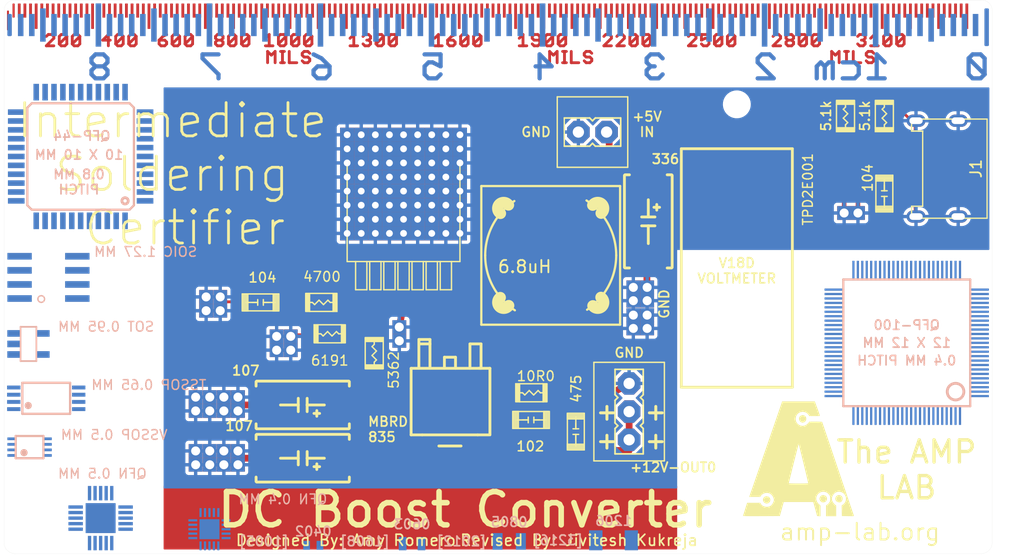
<source format=kicad_pcb>
(kicad_pcb (version 20211014) (generator pcbnew)
  (layers (0 "F.Cu" signal) (31 "B.Cu" signal) (34 "B.Paste" user) (35 "F.Paste" user) (36 "B.SilkS" user "B.Silkscreen") (37 "F.SilkS" user "F.Silkscreen") (38 "B.Mask" user) (39 "F.Mask" user) (44 "Edge.Cuts" user))
  (net 0 "")
  (net 1 "GND")
  (net 2 "/AMP_Ruler-LT1370_24feb2017_3/VOUT")
  (net 3 "Net-(---0-PadP$1)")
  (net 4 "/AMP_Ruler-LT1370_24feb2017_3/VIN")
  (net 5 "Net-(C5-PadP$1)")
  (net 6 "Net-(C7-PadP$2)")
  (net 7 "Net-(J1-PadA5)")
  (net 8 "Net-(J1-PadB5)")
  (net 9 "Net-(R1-Pad2)")
  (net 10 "Net-(R4-Pad1)")
  (net 494 "/AMP_Ruler-LT1370_24feb2017_3/D+")
  (net 495 "/AMP_Ruler-LT1370_24feb2017_3/D-")
  (footprint "AMP_Ruler-LT1370_24feb2017:C-2917" (layer "F.Cu") (at 131.362838 121.354257 180)
    (fp_text reference "C3" hide)
    (fp_text value "107")
  )
  (footprint "AMP_Ruler-LT1370_24feb2017:SOT-143" (layer "F.Cu") (at 179.05 96.75 90)
    (fp_text reference "U$36" hide)
    (fp_text value "TPD2E001")
  )
  (footprint "AMP_Ruler-LT1370_24feb2017:DOUBLE_RF_VIA" (layer "F.Cu") (at 121.720838 116.469257)
    (fp_text reference "U$21" hide)
    (fp_text value "" hide)
  )
  (footprint "AMP_Ruler-LT1370_24feb2017:DOUBLE_RF_VIA" (layer "F.Cu") (at 122.664838 107.436257)
    (fp_text reference "U$27" hide)
    (fp_text value "" hide)
  )
  (footprint "AMP_Ruler-LT1370_24feb2017:R1206" (layer "F.Cu") (at 183.75 90.5 90)
    (fp_text reference "R3" hide)
    (fp_text value "5.1k")
  )
  (footprint "AMP_Ruler-LT1370_24feb2017:DOUBLE_RF_VIA" (layer "F.Cu") (at 125.530838 116.469257)
    (fp_text reference "U$22" hide)
    (fp_text value "" hide)
  )
  (footprint "AMP_Ruler-LT1370_24feb2017:DIODE-DPAK" (layer "F.Cu") (at 144.625679 114.251073 180)
    (fp_text reference "---0" hide)
    (fp_text value "" hide)
  )
  (footprint "AMP_Ruler-LT1370_24feb2017:R1206" (layer "F.Cu") (at 133.802738 110.138817)
    (fp_text reference "R1" hide)
    (fp_text value "6191")
  )
  (footprint "LOGO" (layer "F.Cu") (at 176 121.4)
    (fp_text reference "G***" hide)
    (fp_text value "LOGO" hide)
  )
  (footprint "AMP_Ruler-LT1370_24feb2017:FE02-TB" (layer "F.Cu") (at 157.462838 91.954257 180)
    (fp_text reference "U$38" hide)
    (fp_text value "" hide)
  )
  (footprint "AMP_Ruler-LT1370_24feb2017:DOUBLE_RF_VIA" (layer "F.Cu") (at 129.014838 110.992257)
    (fp_text reference "U$25" hide)
    (fp_text value "" hide)
  )
  (footprint "AMP_Ruler-LT1370_24feb2017:DOUBLE_RF_VIA" (layer "F.Cu") (at 161.762838 109.654257 -90)
    (fp_text reference "U$32" hide)
    (fp_text value "" hide)
  )
  (footprint "AMP_Ruler-LT1370_24feb2017:DOUBLE_RF_VIA" (layer "F.Cu") (at 124.260838 116.469257)
    (fp_text reference "U$20" hide)
    (fp_text value "" hide)
  )
  (footprint "AMP_Ruler-LT1370_24feb2017:DOUBLE_RF_VIA" (layer "F.Cu") (at 124.260838 121.322257)
    (fp_text reference "U$17" hide)
    (fp_text value "" hide)
  )
  (footprint "AMP_Ruler-LT1370_24feb2017:C-1206" (layer "F.Cu") (at 183.75 97.5 -90)
    (fp_text reference "C4" hide)
    (fp_text value "104")
  )
  (footprint "AMP_Ruler-LT1370_24feb2017:DOUBLE_RF_VIA" (layer "F.Cu") (at 122.990838 121.322257)
    (fp_text reference "U$18" hide)
    (fp_text value "" hide)
  )
  (footprint "AMP_Ruler-LT1370_24feb2017:C-2917" (layer "F.Cu") (at 131.362838 116.554257 180)
    (fp_text reference "C2" hide)
    (fp_text value "107")
  )
  (footprint "AMP_Ruler-LT1370_24feb2017:DOUBLE_RF_VIA" (layer "F.Cu") (at 123.934838 107.436257)
    (fp_text reference "U$26" hide)
    (fp_text value "" hide)
  )
  (footprint "AMP_Ruler-LT1370_24feb2017:R1206" (layer "F.Cu") (at 180.25 90.5 90)
    (fp_text reference "R6" hide)
    (fp_text value "5.1k")
  )
  (footprint "AMP_Ruler-LT1370_24feb2017:DOUBLE_RF_VIA" (layer "F.Cu") (at 122.990838 116.469257)
    (fp_text reference "U$23" hide)
    (fp_text value "" hide)
  )
  (footprint "AMP_Ruler-LT1370_24feb2017:FE03-1-TB" (layer "F.Cu") (at 160.762838 117.154257 90)
    (fp_text reference "+12V-OUT0")
    (fp_text value "" hide)
  )
  (footprint "AMP_Ruler-LT1370_24feb2017:R1206" (layer "F.Cu") (at 151.962838 115.454257)
    (fp_text reference "R5" hide)
    (fp_text value "10R0")
  )
  (footprint "AMP_Ruler-LT1370_24feb2017:C-1206" (layer "F.Cu") (at 127.564498 107.309254 180)
    (fp_text reference "C5" hide)
    (fp_text value "104")
  )
  (footprint "AMP_Ruler-LT1370_24feb2017:R1206" (layer "F.Cu") (at 133.033117 107.309257 180)
    (fp_text reference "R4" hide)
    (fp_text value "4700")
  )
  (footprint "AMP_Ruler-LT1370_24feb2017:SRR1240" (layer "F.Cu") (at 153.69856 103.069995 -90)
    (fp_text reference "L1" hide)
    (fp_text value "6.8uH")
  )
  (footprint "AMP_Ruler-LT1370_24feb2017:C-1206" (layer "F.Cu") (at 151.928179 117.906136)
    (fp_text reference "C7" hide)
    (fp_text value "102")
  )
  (footprint "AMP_Ruler-LT1370_24feb2017:DOUBLE_RF_VIA" (layer "F.Cu") (at 125.530838 121.322257)
    (fp_text reference "U$16" hide)
    (fp_text value "" hide)
  )
  (footprint "AMP_Ruler-LT1370_24feb2017:DOUBLE_RF_VIA" (layer "F.Cu") (at 161.762838 105.954257 -90)
    (fp_text reference "U$34" hide)
    (fp_text value "" hide)
  )
  (footprint "AMP_Ruler-LT1370_24feb2017:DOUBLE_RF_VIA" (layer "F.Cu") (at 121.720838 121.322257)
    (fp_text reference "U$19" hide)
    (fp_text value "" hide)
  )
  (footprint "AMP_Ruler-LT1370_24feb2017:DOUBLE_RF_VIA" (layer "F.Cu") (at 130.284838 110.992257)
    (fp_text reference "U$24" hide)
    (fp_text value "" hide)
  )
  (footprint "AMP_Ruler-LT1370_24feb2017:C-2917" (layer "F.Cu") (at 162.489217 100.005276 -90)
    (fp_text reference "C1" hide)
    (fp_text value "336")
  )
  (footprint "LIB_GCT-USB4125-GF-A-190:GCTUSB4125GFA190" (layer "F.Cu") (at 193 95.25 90)
    (fp_text reference "J1")
    (fp_text value "USB_C_Receptacle_USB2.0")
  )
  (footprint "AMP_Ruler-LT1370_24feb2017:R1206" (layer "F.Cu") (at 137.805779 111.893957 -90)
    (fp_text reference "R2" hide)
    (fp_text value "5362")
  )
  (footprint "AMP_Ruler-LT1370_24feb2017:LT1370" (layer "F.Cu") (at 140.444838 104.896257)
    (fp_text reference "U1" hide)
    (fp_text value "" hide)
  )
  (footprint "AMP_Ruler-LT1370_24feb2017:C-1206" (layer "F.Cu") (at 155.962838 118.954257 -90)
    (fp_text reference "C6" hide)
    (fp_text value "475")
  )
  (footprint "AMP_Ruler-LT1370_24feb2017:DOUBLE_RF_VIA" (layer "F.Cu") (at 161.762838 108.454257 -90)
    (fp_text reference "U$35" hide)
    (fp_text value "" hide)
  )
  (footprint "AMP_Ruler-LT1370_24feb2017:DOUBLE_RF_VIA" (layer "F.Cu") (at 161.762838 107.154257 -90)
    (fp_text reference "U$33" hide)
    (fp_text value "" hide)
  )
  (footprint "AMP_Ruler-LT1370_24feb2017:DOUBLE_RF_VIA" (layer "B.Cu") (at 180.75 99.25 90)
    (fp_text reference "U$37" hide)
    (fp_text value "" hide)
  )
  (footprint "AMP_Ruler-LT1370_24feb2017:R0805" (layer "B.Cu") (at 149.962838 128.854257 180)
    (fp_text reference "U$11" hide)
    (fp_text value "0805")
  )
  (footprint "AMP_Ruler-LT1370_24feb2017:R0603" (layer "B.Cu") (at 141.212838 129.054257 180)
    (fp_text reference "U$12" hide)
    (fp_text value "0603")
  )
  (footprint "AMP_Ruler-LT1370_24feb2017:SOT23-5" (layer "B.Cu") (at 106.662838 111.054257 180)
    (fp_text reference "U$2" hide)
    (fp_text value "SOT 0.95 MM")
  )
  (footprint "AMP_Ruler-LT1370_24feb2017:VSSOP-8" (layer "B.Cu") (at 106.762838 120.354257)
    (fp_text reference "U$4" hide)
    (fp_text value "VSSOP 0.5 MM")
  )
  (footprint "" (layer "B.Cu") (at 107.362838 126.954257 180)
    (fp_text reference "@HOLE0" hide)
    (fp_text value "")
  )
  (footprint "AMP_Ruler-LT1370_24feb2017:SOIC-8" (layer "B.Cu") (at 108.462838 105.054257)
    (fp_text reference "U$1" hide)
    (fp_text value "SOIC 1.27 MM")
  )
  (footprint "" (layer "B.Cu") (at 170.462838 89.454257 180)
    (fp_text reference "@HOLE2" hide)
    (fp_text value "")
  )
  (footprint "AMP_Ruler-LT1370_24feb2017:QFP-100" (layer "B.Cu") (at 185.762838 110.954257 180)
    (fp_text reference "U$6" hide)
    (fp_text value "QFP-100-12X12" hide)
  )
  (footprint "AMP_Ruler-LT1370_24feb2017:QFP-44" (layer "B.Cu") (at 110.962838 93.754257 180)
    (fp_text reference "U$5" hide)
    (fp_text value "QFP-44-10X10" hide)
  )
  (footprint "AMP_Ruler-LT1370_24feb2017:MILRULER" (layer "B.Cu") (at 145.456838 85.066257 180)
    (fp_text reference "U$15" hide)
    (fp_text value "" hide)
  )
  (footprint "AMP_Ruler-LT1370_24feb2017:R1206" (layer "B.Cu") (at 159.362838 128.754257 180)
    (fp_text reference "U$10" hide)
    (fp_text value "1206")
  )
  (footprint "AMP_Ruler-LT1370_24feb2017:R0402" (layer "B.Cu") (at 132.312838 129.204257 180)
    (fp_text reference "U$13" hide)
    (fp_text value "0402")
  )
  (footprint "AMP_Ruler-LT1370_24feb2017:MMRULER" (layer "B.Cu") (at 147.962838 82.304257 180)
    (fp_text reference "U$14" hide)
    (fp_text value "" hide)
  )
  (footprint "" (layer "B.Cu") (at 170.462838 118.454257 180)
    (fp_text reference "@HOLE1" hide)
    (fp_text value "")
  )
  (footprint "AMP_Ruler-LT1370_24feb2017:TSSOP-8" (layer "B.Cu") (at 108.262838 115.954257)
    (fp_text reference "U$3" hide)
    (fp_text value "TSSOP 0.65 MM")
  )
  (footprint "AMP_Ruler-LT1370_24feb2017:QFN-20-3X3" (layer "B.Cu") (at 122.962838 127.754257)
    (fp_text reference "U$9" hide)
    (fp_text value "QFN 0.4 MM")
  )
  (footprint "AMP_Ruler-LT1370_24feb2017:QFN-20-4X4" (layer "B.Cu") (at 113.162838 126.754257)
    (fp_text reference "U$8" hide)
    (fp_text value "QFN 0.5 MM")
  )
  (footprint "AMP_Ruler-LT1370_24feb2017:DOUBLE_RF_VIA" (layer "B.Cu") (at 140.062838 110.154257 180)
    (fp_text reference "GND0" hide)
    (fp_text value "" hide)
  )
  (gr_line (start 175.462838 114.954257) (end 165.462838 114.954257) (layer "F.SilkS") (width 0.254))
  (gr_line (start 175.462838 93.454257) (end 175.462838 114.954257) (layer "F.SilkS") (width 0.254))
  (gr_line (start 165.462838 93.454257) (end 175.462838 93.454257) (layer "F.SilkS") (width 0.254))
  (gr_line (start 165.462838 114.954257) (end 165.462838 93.454257) (layer "F.SilkS") (width 0.254))
  (gr_arc (start 192.462838 80.054257) (mid 193.149234 80.29715) (end 193.462838 80.954257) (layer "Edge.Cuts") (width 0.01))
  (gr_line (start 105.462838 80.054257) (end 192.462838 80.054257) (layer "Edge.Cuts") (width 0.01))
  (gr_arc (start 193.462838 128.954257) (mid 193.169945 129.661364) (end 192.462838 129.954257) (layer "Edge.Cuts") (width 0.01))
  (gr_arc (start 104.462838 80.954257) (mid 104.776442 80.29715) (end 105.462838 80.054257) (layer "Edge.Cuts") (width 0.01))
  (gr_line (start 104.462838 128.954257) (end 104.462838 80.954257) (layer "Edge.Cuts") (width 0.01))
  (gr_line (start 192.462838 129.954257) (end 105.462838 129.954257) (layer "Edge.Cuts") (width 0.01))
  (gr_line (start 193.462838 80.954257) (end 193.462838 128.954257) (layer "Edge.Cuts") (width 0.01))
  (gr_arc (start 105.462838 129.954257) (mid 104.755731 129.661364) (end 104.462838 128.954257) (layer "Edge.Cuts") (width 0.01))
  (gr_text "[3216]" (at 154.362838 129.254257) (layer "B.SilkS") (effects (font (size 0.8636 0.8636) (thickness 0.1524)) (justify bottom mirror)))
  (gr_text "[1608]" (at 136.962838 129.354257) (layer "B.SilkS") (effects (font (size 0.8636 0.8636) (thickness 0.1524)) (justify bottom mirror)))
  (gr_text "[2012]" (at 145.662838 129.354257) (layer "B.SilkS") (effects (font (size 0.8636 0.8636) (thickness 0.1524)) (justify bottom mirror)))
  (gr_text "[1005]" (at 127.862838 129.354257) (layer "B.SilkS") (effects (font (size 0.8636 0.8636) (thickness 0.1524)) (justify bottom mirror)))
  (gr_text "+" (at 163.162838 119.754257) (layer "F.SilkS") (effects (font (size 1.5113 1.5113) (thickness 0.2667))))
  (gr_text "The AMP\nLAB" (at 185.75 122.4) (layer "F.SilkS") (effects (font (size 2 2) (thickness 0.3))))
  (gr_text "+5V\n IN" (at 160.962838 92.454257) (layer "F.SilkS") (effects (font (size 0.8636 0.8636) (thickness 0.1524)) (justify left bottom)))
  (gr_text "Designed By: Amy Romero" (at 135.25 128.75) (layer "F.SilkS") (effects (font (size 1 1))))
  (gr_text "+" (at 158.762838 119.754257) (layer "F.SilkS") (effects (font (size 1.5113 1.5113) (thickness 0.2667))))
  (gr_text "V18D\nVOLTMETER" (at 170.462838 104.454257) (layer "F.SilkS") (effects (font (size 0.8636 0.8636) (thickness 0.1524))))
  (gr_text "GND" (at 164.427838 108.869257 90) (layer "F.SilkS") (effects (font (size 0.8636 0.8636) (thickness 0.1524)) (justify left bottom)))
  (gr_text "MBRD\n835" (at 137.162838 119.954257) (layer "F.SilkS") (effects (font (size 0.8636 0.8636) (thickness 0.1524)) (justify left bottom)))
  (gr_text "amp-lab.org" (at 181.55 128) (layer "F.SilkS") (effects (font (size 1.5 1.5) (thickness 0.175))))
  (gr_text "+" (at 158.762838 117.154257) (layer "F.SilkS") (effects (font (size 1.5113 1.5113) (thickness 0.2667))))
  (gr_text "+" (at 163.162838 117.154257) (layer "F.SilkS") (effects (font (size 1.5113 1.5113) (thickness 0.2667))))
  (gr_text "GND" (at 160.772838 111.844257) (layer "F.SilkS") (effects (font (size 0.8636 0.8636) (thickness 0.1524))))
  (gr_text "Revised By: Jivitesh Kukreja" (at 156.25 128.75) (layer "F.SilkS") (effects (font (size 1 1))))
  (gr_text "Intermediate \nSoldering \nCertifier" (at 120.75 95.75) (layer "F.SilkS") (effects (font (size 3 3) (thickness 0.25))))
  (gr_text "DC Boost Converter" (at 146 126) (layer "F.SilkS") (effects (font (size 3 3) (thickness 0.5))))
  (gr_text "GND" (at 150.962838 92.454257) (layer "F.SilkS") (effects (font (size 0.8636 0.8636) (thickness 0.1524)) (justify left bottom)))
  (segment (start 145.09322 84.00734) (end 144.9238 84.17676) (width 0.254) (layer "F.Cu") (net 0))
  (segment (start 175.06471 83.16) (end 175.4038 83.16) (width 0.254) (layer "F.Cu") (net 0))
  (segment (start 131.31931 84.85342) (end 131.48873 84.684) (width 0.254) (layer "F.Cu") (net 0))
  (segment (start 123.51059 84.00734) (end 123.51059 83.83793) (width 0.254) (layer "F.Cu") (net 0))
  (segment (start 108.94851 83.49884) (end 108.94851 83.32942) (width 0.254) (layer "F.Cu") (net 0))
  (segment (start 114.52 83.32942) (end 114.68942 83.16) (width 0.254) (layer "F.Cu") (net 0))
  (segment (start 138.47322 84.17676) (end 138.13413 84.17676) (width 0.254) (layer "F.Cu") (net 0))
  (segment (start 125.84942 84.00734) (end 125.84942 83.32942) (width 0.254) (layer "F.Cu") (net 0))
  (segment (start 157.39723 85.36193) (end 157.39723 85.53134) (width 0.254) (layer "F.Cu") (net 0))
  (segment (start 114.02851 83.66851) (end 113.35059 83.66851) (width 0.254) (layer "F.Cu") (net 0))
  (segment (start 146.92354 83.16) (end 146.75413 83.32942) (width 0.254) (layer "F.Cu") (net 0))
  (segment (start 126.01884 83.16) (end 126.35793 83.16) (width 0.254) (layer "F.Cu") (net 0))
  (segment (start 118.76968 83.32942) (end 119.10851 83.16) (width 0.254) (layer "F.Cu") (net 0))
  (segment (start 153.37413 83.16) (end 153.71322 83.16) (width 0.254) (layer "F.Cu") (net 0))
  (segment (start 114.52 84.00734) (end 115.19793 83.32942) (width 0.254) (layer "F.Cu") (net 0))
  (segment (start 157.22756 84.684) (end 156.88873 84.684) (width 0.254) (layer "F.Cu") (net 0))
  (segment (start 108.27059 84.17676) (end 108.94851 83.49884) (width 0.254) (layer "F.Cu") (net 0))
  (segment (start 175.57322 83.83793) (end 175.4038 83.66851) (width 0.254) (layer "F.Cu") (net 0))
  (segment (start 152.71322 84.00734) (end 152.5438 84.17676) (width 0.254) (layer "F.Cu") (net 0))
  (segment (start 166.2753 83.16) (end 166.10588 83.32942) (width 0.254) (layer "F.Cu") (net 0))
  (segment (start 161.33322 84.17676) (end 160.99413 84.17676) (width 0.254) (layer "F.Cu") (net 0))
  (segment (start 124.84942 83.16) (end 124.68 83.32942) (width 0.254) (layer "F.Cu") (net 0))
  (segment (start 177.74263 83.16) (end 177.91205 83.32942) (width 0.254) (layer "F.Cu") (net 0))
  (segment (start 177.91205 84.00734) (end 177.74263 84.17676) (width 0.254) (layer "F.Cu") (net 0))
  (segment (start 126.35793 83.16) (end 126.52734 83.32942) (width 0.254) (layer "F.Cu") (net 0))
  (segment (start 120.93884 84.17676) (end 120.76942 84.00734) (width 0.254) (layer "F.Cu") (net 0))
  (segment (start 135.62588 83.49884) (end 135.96497 83.16) (width 0.254) (layer "F.Cu") (net 0))
  (segment (start 166.7838 83.32942) (end 166.61439 83.16) (width 0.254) (layer "F.Cu") (net 0))
  (segment (start 131.31931 85.53134) (end 131.48873 85.70076) (width 0.254) (layer "F.Cu") (net 0))
  (segment (start 120.76942 84.00734) (end 121.44734 83.32942) (width 0.254) (layer "F.Cu") (net 0))
  (segment (start 137.3038 83.16) (end 136.96471 83.16) (width 0.254) (layer "F.Cu") (net 0))
  (segment (start 108.44 83.16) (end 108.27059 83.32942) (width 0.254) (layer "F.Cu") (net 0))
  (segment (start 129.53978 85.70076) (end 129.53978 84.684) (width 0.254) (layer "F.Cu") (net 0))
  (segment (start 114.68942 84.17676) (end 114.52 84.00734) (width 0.254) (layer "F.Cu") (net 0))
  (segment (start 176.06471 84.00734) (end 176.23413 84.17676) (width 0.254) (layer "F.Cu") (net 0))
  (segment (start 145.75413 83.16) (end 146.09322 83.16) (width 0.254) (layer "F.Cu") (net 0))
  (segment (start 151.20497 83.16) (end 150.86588 83.49884) (width 0.254) (layer "F.Cu") (net 0))
  (segment (start 116.19793 83.16) (end 115.85884 83.16) (width 0.254) (layer "F.Cu") (net 0))
  (segment (start 136.3038 84.17676) (end 135.62588 84.17676) (width 0.254) (layer "F.Cu") (net 0))
  (segment (start 132.02263 83.16) (end 131.68354 83.16) (width 0.254) (layer "F.Cu") (net 0))
  (segment (start 156.71931 85.02284) (end 156.88873 85.19251) (width 0.254) (layer "F.Cu") (net 0))
  (segment (start 131.02264 83.32942) (end 131.02264 84.00734) (width 0.254) (layer "F.Cu") (net 0))
  (segment (start 110.77884 84.17676) (end 110.60942 84.00734) (width 0.254) (layer "F.Cu") (net 0))
  (segment (start 184.19322 84.17676) (end 183.85413 84.17676) (width 0.254) (layer "F.Cu") (net 0))
  (segment (start 132.02263 84.17676) (end 131.68354 84.17676) (width 0.254) (layer "F.Cu") (net 0))
  (segment (start 115.85884 84.17676) (end 116.19793 84.17676) (width 0.254) (layer "F.Cu") (net 0))
  (segment (start 185.02354 84.17676) (end 185.36263 84.17676) (width 0.254) (layer "F.Cu") (net 0))
  (segment (start 160.33322 83.32942) (end 160.1638 83.16) (width 0.254) (layer "F.Cu") (net 0))
  (segment (start 119.76942 84.17676) (end 120.10851 84.17676) (width 0.254) (layer "F.Cu") (net 0))
  (segment (start 162.16354 83.16) (end 161.99413 83.32942) (width 0.254) (layer "F.Cu") (net 0))
  (segment (start 167.27529 83.66851) (end 167.61438 83.49884) (width 0.254) (layer "F.Cu") (net 0))
  (segment (start 152.71322 84.00734) (end 152.71322 83.32942) (width 0.254) (layer "F.Cu") (net 0))
  (segment (start 137.3038 84.17676) (end 136.96471 84.17676) (width 0.254) (layer "F.Cu") (net 0))
  (segment (start 131.48873 85.70076) (end 131.82756 85.70076) (width 0.254) (layer "F.Cu") (net 0))
  (segment (start 126.35793 84.17676) (end 126.01884 84.17676) (width 0.254) (layer "F.Cu") (net 0))
  (segment (start 182.0238 83.83793) (end 182.0238 84.00734) (width 0.254) (layer "F.Cu") (net 0))
  (segment (start 123.51059 83.49884) (end 123.68 83.66851) (width 0.254) (layer "F.Cu") (net 0))
  (segment (start 111.28734 83.32942) (end 111.28734 84.00734) (width 0.254) (layer "F.Cu") (net 0))
  (segment (start 116.36734 83.32942) (end 116.19793 83.16) (width 0.254) (layer "F.Cu") (net 0))
  (segment (start 159.1638 83.32942) (end 159.1638 83.49884) (width 0.254) (layer "F.Cu") (net 0))
  (segment (start 128.6838 84.17676) (end 128.00588 84.17676) (width 0.254) (layer "F.Cu") (net 0))
  (segment (start 132.19205 83.32942) (end 132.02263 83.16) (width 0.254) (layer "F.Cu") (net 0))
  (segment (start 176.23413 84.17676) (end 176.57322 84.17676) (width 0.254) (layer "F.Cu") (net 0))
  (segment (start 174.4038 83.32942) (end 174.23439 83.16) (width 0.254) (layer "F.Cu") (net 0))
  (segment (start 169.12264 83.32942) (end 169.12264 84.00734) (width 0.254) (layer "F.Cu") (net 0))
  (segment (start 123.68 83.16) (end 123.51059 83.32942) (width 0.254) (layer "F.Cu") (net 0))
  (segment (start 175.4038 83.66851) (end 175.06471 83.66851) (width 0.254) (layer "F.Cu") (net 0))
  (segment (start 146.09322 83.16) (end 146.26264 83.32942) (width 0.254) (layer "F.Cu") (net 0))
  (segment (start 138.47322 83.16) (end 138.64264 83.32942) (width 0.254) (layer "F.Cu") (net 0))
  (segment (start 179.33979 85.02284) (end 179.0007 84.684) (width 0.254) (layer "F.Cu") (net 0))
  (segment (start 131.51413 83.32942) (end 131.51413 84.00734) (width 0.254) (layer "F.Cu") (net 0))
  (segment (start 145.75413 84.17676) (end 145.58471 84.00734) (width 0.254) (layer "F.Cu") (net 0))
  (segment (start 156.22782 85.70076) (end 155.54989 85.70076) (width 0.254) (layer "F.Cu") (net 0))
  (segment (start 154.88263 84.17676) (end 155.05205 84.00734) (width 0.254) (layer "F.Cu") (net 0))
  (segment (start 153.88264 83.32942) (end 153.20471 84.00734) (width 0.254) (layer "F.Cu") (net 0))
  (segment (start 145.09322 83.83793) (end 145.09322 84.00734) (width 0.254) (layer "F.Cu") (net 0))
  (segment (start 114.52 84.00734) (end 114.52 83.32942) (width 0.254) (layer "F.Cu") (net 0))
  (segment (start 157.22756 84.684) (end 157.39723 84.85342) (width 0.254) (layer "F.Cu") (net 0))
  (segment (start 176.57322 84.17676) (end 176.74264 84.00734) (width 0.254) (layer "F.Cu") (net 0))
  (segment (start 177.40354 83.16) (end 177.74263 83.16) (width 0.254) (layer "F.Cu") (net 0))
  (segment (start 119.10851 83.83793) (end 118.93909 83.66851) (width 0.254) (layer "F.Cu") (net 0))
  (segment (start 136.96471 83.16) (end 136.79529 83.32942) (width 0.254) (layer "F.Cu") (net 0))
  (segment (start 159.1638 83.32942) (end 158.99439 83.16) (width 0.254) (layer "F.Cu") (net 0))
  (segment (start 182.28873 85.19251) (end 182.62756 85.19251) (width 0.254) (layer "F.Cu") (net 0))
  (segment (start 152.5438 84.17676) (end 152.20471 84.17676) (width 0.254) (layer "F.Cu") (net 0))
  (segment (start 184.85413 83.32942) (end 184.85413 84.00734) (width 0.254) (layer "F.Cu") (net 0))
  (segment (start 131.99723 85.36193) (end 131.82756 85.19251) (width 0.254) (layer "F.Cu") (net 0))
  (segment (start 145.58471 84.00734) (end 146.26264 83.32942) (width 0.254) (layer "F.Cu") (net 0))
  (segment (start 185.53205 84.00734) (end 185.53205 83.32942) (width 0.254) (layer "F.Cu") (net 0))
  (segment (start 167.44471 84.17676) (end 167.27529 84.00734) (width 0.254) (layer "F.Cu") (net 0))
  (segment (start 167.95322 83.66851) (end 167.95322 84.00734) (width 0.254) (layer "F.Cu") (net 0))
  (segment (start 166.61439 83.16) (end 166.2753 83.16) (width 0.254) (layer "F.Cu") (net 0))
  (segment (start 162.16354 84.17676) (end 161.99413 84.00734) (width 0.254) (layer "F.Cu") (net 0))
  (segment (start 128.34497 84.17676) (end 128.34497 83.16) (width 0.254) (layer "F.Cu") (net 0))
  (segment (start 116.36734 84.00734) (end 116.36734 83.32942) (width 0.254) (layer "F.Cu") (net 0))
  (segment (start 182.28873 84.684) (end 182.62756 84.684) (width 0.254) (layer "F.Cu") (net 0))
  (segment (start 182.28873 85.70076) (end 182.11931 85.53134) (width 0.254) (layer "F.Cu") (net 0))
  (segment (start 154.93978 84.684) (end 154.93978 85.70076) (width 0.254) (layer "F.Cu") (net 0))
  (segment (start 128.53979 85.02284) (end 128.87862 84.684) (width 0.254) (layer "F.Cu") (net 0))
  (segment (start 144.9238 84.17676) (end 144.58471 84.17676) (width 0.254) (layer "F.Cu") (net 0))
  (segment (start 124.01909 83.66851) (end 124.18851 83.83793) (width 0.254) (layer "F.Cu") (net 0))
  (segment (start 121.27793 83.16) (end 121.44734 83.32942) (width 0.254) (layer "F.Cu") (net 0))
  (segment (start 185.02354 83.16) (end 185.36263 83.16) (width 0.254) (layer "F.Cu") (net 0))
  (segment (start 152.20471 83.66851) (end 152.71322 83.66851) (width 0.254) (layer "F.Cu") (net 0))
  (segment (start 115.19793 83.32942) (end 115.19793 84.00734) (width 0.254) (layer "F.Cu") (net 0))
  (segment (start 147.26263 84.17676) (end 147.43205 84.00734) (width 0.254) (layer "F.Cu") (net 0))
  (segment (start 153.93979 85.02284) (end 153.6007 84.684) (width 0.254) (layer "F.Cu") (net 0))
  (segment (start 146.09322 84.17676) (end 145.75413 84.17676) (width 0.254) (layer "F.Cu") (net 0))
  (segment (start 161.99413 83.32942) (end 161.99413 84.00734) (width 0.254) (layer "F.Cu") (net 0))
  (segment (start 131.31931 85.02284) (end 131.31931 84.85342) (width 0.254) (layer "F.Cu") (net 0))
  (segment (start 182.0238 83.32942) (end 181.85439 83.16) (width 0.254) (layer "F.Cu") (net 0))
  (segment (start 139.81205 83.32942) (end 139.81205 84.00734) (width 0.254) (layer "F.Cu") (net 0))
  (segment (start 135.96497 83.16) (end 135.96497 84.17676) (width 0.254) (layer "F.Cu") (net 0))
  (segment (start 180.94989 85.70076) (end 180.94989 84.684) (width 0.254) (layer "F.Cu") (net 0))
  (segment (start 109.94851 83.16) (end 109.60942 83.16) (width 0.254) (layer "F.Cu") (net 0))
  (segment (start 182.79723 85.36193) (end 182.79723 85.53134) (width 0.254) (layer "F.Cu") (net 0))
  (segment (start 137.13438 83.66851) (end 137.3038 83.66851) (width 0.254) (layer "F.Cu") (net 0))
  (segment (start 155.1092 85.70076) (end 154.77011 85.70076) (width 0.254) (layer "F.Cu") (net 0))
  (segment (start 185.36263 83.16) (end 185.53205 83.32942) (width 0.254) (layer "F.Cu") (net 0))
  (segment (start 123.51059 83.83793) (end 123.68 83.66851) (width 0.254) (layer "F.Cu") (net 0))
  (segment (start 183.68471 84.00734) (end 184.36264 83.32942) (width 0.254) (layer "F.Cu") (net 0))
  (segment (start 177.23413 84.00734) (end 177.23413 83.32942) (width 0.254) (layer "F.Cu") (net 0))
  (segment (start 110.11793 83.32942) (end 109.94851 83.16) (width 0.254) (layer "F.Cu") (net 0))
  (segment (start 152.03529 83.49884) (end 152.20471 83.66851) (width 0.254) (layer "F.Cu") (net 0))
  (segment (start 128.87862 84.684) (end 128.87862 85.70076) (width 0.254) (layer "F.Cu") (net 0))
  (segment (start 120.10851 84.17676) (end 120.27793 84.00734) (width 0.254) (layer "F.Cu") (net 0))
  (segment (start 160.82471 83.32942) (end 160.99413 83.16) (width 0.254) (layer "F.Cu") (net 0))
  (segment (start 109.94851 84.17676) (end 110.11793 84.00734) (width 0.254) (layer "F.Cu") (net 0))
  (segment (start 121.44734 83.32942) (end 121.44734 84.00734) (width 0.254) (layer "F.Cu") (net 0))
  (segment (start 153.6007 84.684) (end 153.6007 85.70076) (width 0.254) (layer "F.Cu") (net 0))
  (segment (start 182.0238 84.00734) (end 181.85439 84.17676) (width 0.254) (layer "F.Cu") (net 0))
  (segment (start 137.96471 83.32942) (end 138.13413 83.16) (width 0.254) (layer "F.Cu") (net 0))
  (segment (start 147.43205 83.32942) (end 146.75413 84.00734) (width 0.254) (layer "F.Cu") (net 0))
  (segment (start 118.93909 84.17676) (end 119.10851 84.00734) (width 0.254) (layer "F.Cu") (net 0))
  (segment (start 166.10588 84.17676) (end 166.7838 83.49884) (width 0.254) (layer "F.Cu") (net 0))
  (segment (start 170.29205 83.32942) (end 170.12263 83.16) (width 0.254) (layer "F.Cu") (net 0))
  (segment (start 139.30354 84.17676) (end 139.13413 84.00734) (width 0.254) (layer "F.Cu") (net 0))
  (segment (start 126.52734 83.32942) (end 126.52734 84.00734) (width 0.254) (layer "F.Cu") (net 0))
  (segment (start 118.93909 83.66851) (end 118.43059 83.66851) (width 0.254) (layer "F.Cu") (net 0))
  (segment (start 176.23413 83.16) (end 176.06471 83.32942) (width 0.254) (layer "F.Cu") (net 0))
  (segment (start 153.88264 84.00734) (end 153.88264 83.32942) (width 0.254) (layer "F.Cu") (net 0))
  (segment (start 175.4038 83.16) (end 175.57322 83.32942) (width 0.254) (layer "F.Cu") (net 0))
  (segment (start 154.54354 83.16) (end 154.88263 83.16) (width 0.254) (layer "F.Cu") (net 0))
  (segment (start 174.23439 83.16) (end 173.8953 83.16) (width 0.254) (layer "F.Cu") (net 0))
  (segment (start 160.1638 83.16) (end 159.82471 83.16) (width 0.254) (layer "F.Cu") (net 0))
  (segment (start 157.22756 85.70076) (end 156.88873 85.70076) (width 0.254) (layer "F.Cu") (net 0))
  (segment (start 124.18851 83.83793) (end 124.18851 84.00734) (width 0.254) (layer "F.Cu") (net 0))
  (segment (start 177.91205 83.32942) (end 177.91205 84.00734) (width 0.254) (layer "F.Cu") (net 0))
  (segment (start 129.17529 84.00734) (end 129.34471 84.17676) (width 0.254) (layer "F.Cu") (net 0))
  (segment (start 183.85413 84.17676) (end 183.68471 84.00734) (width 0.254) (layer "F.Cu") (net 0))
  (segment (start 131.82756 85.19251) (end 131.48873 85.19251) (width 0.254) (layer "F.Cu") (net 0))
  (segment (start 157.22756 85.19251) (end 157.39723 85.36193) (width 0.254) (layer "F.Cu") (net 0))
  (segment (start 170.12263 84.17676) (end 169.78354 84.17676) (width 0.254) (layer "F.Cu") (net 0))
  (segment (start 151.5438 84.17676) (end 150.86588 84.17676) (width 0.254) (layer "F.Cu") (net 0))
  (segment (start 170.12263 83.16) (end 169.78354 83.16) (width 0.254) (layer "F.Cu") (net 0))
  (segment (start 130.85322 84.17676) (end 130.51413 84.17676) (width 0.254) (layer "F.Cu") (net 0))
  (segment (start 110.11793 83.32942) (end 109.44 84.00734) (width 0.254) (layer "F.Cu") (net 0))
  (segment (start 182.0238 83.49884) (end 182.0238 83.32942) (width 0.254) (layer "F.Cu") (net 0))
  (segment (start 180.5092 84.684) (end 180.17011 84.684) (width 0.254) (layer "F.Cu") (net 0))
  (segment (start 137.96471 84.00734) (end 137.96471 83.32942) (width 0.254) (layer "F.Cu") (net 0))
  (segment (start 182.62756 85.19251) (end 182.79723 85.36193) (width 0.254) (layer "F.Cu") (net 0))
  (segment (start 137.47322 83.32942) (end 137.47322 83.49884) (width 0.254) (layer "F.Cu") (net 0))
  (segment (start 167.7838 84.17676) (end 167.44471 84.17676) (width 0.254) (layer "F.Cu") (net 0))
  (segment (start 181.85439 83.16) (end 181.5153 83.16) (width 0.254) (layer "F.Cu") (net 0))
  (segment (start 124.18851 83.32942) (end 124.01909 83.16) (width 0.254) (layer "F.Cu") (net 0))
  (segment (start 152.03529 83.32942) (end 152.03529 83.49884) (width 0.254) (layer "F.Cu") (net 0))
  (segment (start 168.44471 84.00734) (end 168.44471 83.32942) (width 0.254) (layer "F.Cu") (net 0))
  (segment (start 108.77909 83.16) (end 108.44 83.16) (width 0.254) (layer "F.Cu") (net 0))
  (segment (start 147.43205 84.00734) (end 147.43205 83.32942) (width 0.254) (layer "F.Cu") (net 0))
  (segment (start 174.4038 83.49884) (end 174.4038 83.32942) (width 0.254) (layer "F.Cu") (net 0))
  (segment (start 184.19322 83.16) (end 184.36264 83.32942) (width 0.254) (layer "F.Cu") (net 0))
  (segment (start 137.47322 83.32942) (end 137.3038 83.16) (width 0.254) (layer "F.Cu") (net 0))
  (segment (start 169.78354 84.17676) (end 169.61413 84.00734) (width 0.254) (layer "F.Cu") (net 0))
  (segment (start 129.37011 85.70076) (end 129.7092 85.70076) (width 0.254) (layer "F.Cu") (net 0))
  (segment (start 153.20471 84.00734) (end 153.20471 83.32942) (width 0.254) (layer "F.Cu") (net 0))
  (segment (start 113.35059 83.66851) (end 113.85909 83.16) (width 0.254) (layer "F.Cu") (net 0))
  (segment (start 125.35793 83.32942) (end 124.68 84.00734) (width 0.254) (layer "F.Cu") (net 0))
  (segment (start 120.27793 83.32942) (end 120.10851 83.16) (width 0.254) (layer "F.Cu") (net 0))
  (segment (start 161.50264 83.32942) (end 161.50264 84.00734) (width 0.254) (layer "F.Cu") (net 0))
  (segment (start 129.85322 83.32942) (end 129.6838 83.16) (width 0.254) (layer "F.Cu") (net 0))
  (segment (start 162.67205 83.32942) (end 162.50263 83.16) (width 0.254) (layer "F.Cu") (net 0))
  (segment (start 162.67205 84.00734) (end 162.50263 84.17676) (width 0.254) (layer "F.Cu") (net 0))
  (segment (start 123.51059 83.32942) (end 123.51059 83.49884) (width 0.254) (layer "F.Cu") (net 0))
  (segment (start 128.2007 84.684) (end 128.2007 85.70076) (width 0.254) (layer "F.Cu") (net 0))
  (segment (start 139.64263 83.16) (end 139.30354 83.16) (width 0.254) (layer "F.Cu") (net 0))
  (segment (start 111.11793 83.16) (end 111.28734 83.32942) (width 0.254) (layer "F.Cu") (net 0))
  (segment (start 119.10851 84.00734) (end 119.10851 83.83793) (width 0.254) (layer "F.Cu") (net 0))
  (segment (start 160.99413 83.16) (end 161.33322 83.16) (width 0.254) (layer "F.Cu") (net 0))
  (segment (start 181.5153 84.17676) (end 181.34588 84.00734) (width 0.254) (layer "F.Cu") (net 0))
  (segment (start 167.7838 83.49884) (end 167.95322 83.66851) (width 0.254) (layer "F.Cu") (net 0))
  (segment (start 131.82756 85.70076) (end 131.99723 85.53134) (width 0.254) (layer "F.Cu") (net 0))
  (segment (start 139.81205 84.00734) (end 139.64263 84.17676) (width 0.254) (layer "F.Cu") (net 0))
  (segment (start 120.10851 83.16) (end 119.76942 83.16) (width 0.254) (layer "F.Cu") (net 0))
  (segment (start 109.44 83.32942) (end 109.44 84.00734) (width 0.254) (layer "F.Cu") (net 0))
  (segment (start 115.68942 83.32942) (end 115.68942 84.00734) (width 0.254) (layer "F.Cu") (net 0))
  (segment (start 125.84942 83.32942) (end 126.01884 83.16) (width 0.254) (layer "F.Cu") (net 0))
  (segment (start 129.6838 83.16) (end 129.34471 83.16) (width 0.254) (layer "F.Cu") (net 0))
  (segment (start 145.58471 83.32942) (end 145.75413 83.16) (width 0.254) (layer "F.Cu") (net 0))
  (segment (start 182.0238 83.49884) (end 181.85439 83.66851) (width 0.254) (layer "F.Cu") (net 0))
  (segment (start 147.26263 83.16) (end 146.92354 83.16) (width 0.254) (layer "F.Cu") (net 0))
  (segment (start 124.18851 84.00734) (end 124.01909 84.17676) (width 0.254) (layer "F.Cu") (net 0))
  (segment (start 168.44471 83.32942) (end 168.61413 83.16) (width 0.254) (layer "F.Cu") (net 0))
  (segment (start 125.35793 83.32942) (end 125.18851 83.16) (width 0.254) (layer "F.Cu") (net 0))
  (segment (start 170.29205 83.32942) (end 170.29205 84.00734) (width 0.254) (layer "F.Cu") (net 0))
  (segment (start 154.27862 84.684) (end 153.93979 85.02284) (width 0.254) (layer "F.Cu") (net 0))
  (segment (start 123.68 84.17676) (end 123.51059 84.00734) (width 0.254) (layer "F.Cu") (net 0))
  (segment (start 131.48873 85.19251) (end 131.31931 85.02284) (width 0.254) (layer "F.Cu") (net 0))
  (segment (start 124.84942 84.17676) (end 125.18851 84.17676) (width 0.254) (layer "F.Cu") (net 0))
  (segment (start 116.36734 83.32942) (end 115.68942 84.00734) (width 0.254) (layer "F.Cu") (net 0))
  (segment (start 129.17529 83.32942) (end 129.17529 84.00734) (width 0.254) (layer "F.Cu") (net 0))
  (segment (start 182.85438 83.16) (end 182.51529 83.49884) (width 0.254) (layer "F.Cu") (net 0))
  (segment (start 160.33322 83.32942) (end 160.33322 83.49884) (width 0.254) (layer "F.Cu") (net 0))
  (segment (start 176.74264 83.32942) (end 176.57322 83.16) (width 0.254) (layer "F.Cu") (net 0))
  (segment (start 146.26264 84.00734) (end 146.09322 84.17676) (width 0.254) (layer "F.Cu") (net 0))
  (segment (start 129.6838 84.17676) (end 129.85322 84.00734) (width 0.254) (layer "F.Cu") (net 0))
  (segment (start 185.53205 83.32942) (end 184.85413 84.00734) (width 0.254) (layer "F.Cu") (net 0))
  (segment (start 153.71322 83.16) (end 153.88264 83.32942) (width 0.254) (layer "F.Cu") (net 0))
  (segment (start 110.60942 83.32942) (end 110.77884 83.16) (width 0.254) (layer "F.Cu") (net 0))
  (segment (start 152.20471 84.17676) (end 152.03529 84.00734) (width 0.254) (layer "F.Cu") (net 0))
  (segment (start 176.74264 84.00734) (end 176.74264 83.32942) (width 0.254) (layer "F.Cu") (net 0))
  (segment (start 121.44734 84.00734) (end 121.27793 84.17676) (width 0.254) (layer "F.Cu") (net 0))
  (segment (start 177.23413 83.32942) (end 177.40354 83.16) (width 0.254) (layer "F.Cu") (net 0))
  (segment (start 130.34471 84.00734) (end 131.02264 83.32942) (width 0.254) (layer "F.Cu") (net 0))
  (segment (start 181.62782 85.70076) (end 180.94989 85.70076) (width 0.254) (layer "F.Cu") (net 0))
  (segment (start 129.85322 84.00734) (end 129.85322 83.32942) (width 0.254) (layer "F.Cu") (net 0))
  (segment (start 132.19205 83.32942) (end 132.19205 84.00734) (width 0.254) (layer "F.Cu") (net 0))
  (segment (start 174.89529 84.00734) (end 175.06471 84.17676) (width 0.254) (layer "F.Cu") (net 0))
  (segment (start 153.71322 84.17676) (end 153.88264 84.00734) (width 0.254) (layer "F.Cu") (net 0))
  (segment (start 173.72588 84.17676) (end 174.4038 83.49884) (width 0.254) (layer "F.Cu") (net 0))
  (segment (start 179.67862 84.684) (end 179.33979 85.02284) (width 0.254) (layer "F.Cu") (net 0))
  (segment (start 139.81205 83.32942) (end 139.64263 83.16) (width 0.254) (layer "F.Cu") (net 0))
  (segment (start 156.71931 84.85342) (end 156.71931 85.02284) (width 0.254) (layer "F.Cu") (net 0))
  (segment (start 118.76968 83.32942) (end 118.43059 83.66851) (width 0.254) (layer "F.Cu") (net 0))
  (segment (start 152.71322 83.32942) (end 152.5438 83.16) (width 0.254) (layer "F.Cu") (net 0))
  (segment (start 143.9238 84.17676) (end 143.24588 84.17676) (width 0.254) (layer "F.Cu") (net 0))
  (segment (start 125.18851 84.17676) (end 125.35793 84.00734) (width 0.254) (layer "F.Cu") (net 0))
  (segment (start 168.95322 83.16) (end 169.12264 83.32942) (width 0.254) (layer "F.Cu") (net 0))
  (segment (start 183.85413 83.16) (end 184.19322 83.16) (width 0.254) (layer "F.Cu") (net 0))
  (segment (start 179.67862 85.70076) (end 179.67862 84.684) (width 0.254) (layer "F.Cu") (net 0))
  (segment (start 130.34471 83.32942) (end 130.51413 83.16) (width 0.254) (layer "F.Cu") (net 0))
  (segment (start 177.74263 84.17676) (end 177.40354 84.17676) (width 0.254) (layer "F.Cu") (net 0))
  (segment (start 160.82471 84.00734) (end 160.82471 83.32942) (width 0.254) (layer "F.Cu") (net 0))
  (segment (start 119.6 83.32942) (end 119.6 84.00734) (width 0.254) (layer "F.Cu") (net 0))
  (segment (start 110.60942 84.00734) (end 111.28734 83.32942) (width 0.254) (layer "F.Cu") (net 0))
  (segment (start 131.02264 84.00734) (end 130.85322 84.17676) (width 0.254) (layer "F.Cu") (net 0))
  (segment (start 160.99413 84.17676) (end 160.82471 84.00734) (width 0.254) (layer "F.Cu") (net 0))
  (segment (start 129.7092 84.684) (end 129.37011 84.684) (width 0.254) (layer "F.Cu") (net 0))
  (segment (start 181.5153 83.16) (end 181.34588 83.32942) (width 0.254) (layer "F.Cu") (net 0))
  (segment (start 118.43059 84.00734) (end 118.6 84.17676) (width 0.254) (layer "F.Cu") (net 0))
  (segment (start 145.09322 83.16) (end 144.75438 83.32942) (width 0.254) (layer "F.Cu") (net 0))
  (segment (start 130.51413 84.17676) (end 130.34471 84.00734) (width 0.254) (layer "F.Cu") (net 0))
  (segment (start 158.99439 83.16) (end 158.6553 83.16) (width 0.254) (layer "F.Cu") (net 0))
  (segment (start 152.20471 83.16) (end 152.03529 83.32942) (width 0.254) (layer "F.Cu") (net 0))
  (segment (start 162.50263 84.17676) (end 162.16354 84.17676) (width 0.254) (layer "F.Cu") (net 0))
  (segment (start 126.52734 84.00734) (end 126.35793 84.17676) (width 0.254) (layer "F.Cu") (net 0))
  (segment (start 145.58471 84.00734) (end 145.58471 83.32942) (width 0.254) (layer "F.Cu") (net 0))
  (segment (start 177.40354 84.17676) (end 177.23413 84.00734) (width 0.254) (layer "F.Cu") (net 0))
  (segment (start 132.19205 84.00734) (end 132.02263 84.17676) (width 0.254) (layer "F.Cu") (net 0))
  (segment (start 162.50263 83.16) (end 162.16354 83.16) (width 0.254) (layer "F.Cu") (net 0))
  (segment (start 184.36264 83.32942) (end 184.36264 84.00734) (width 0.254) (layer "F.Cu") (net 0))
  (segment (start 139.64263 84.17676) (end 139.30354 84.17676) (width 0.254) (layer "F.Cu") (net 0))
  (segment (start 131.48873 84.684) (end 131.82756 84.684) (width 0.254) (layer "F.Cu") (net 0))
  (segment (start 181.85439 83.66851) (end 182.0238 83.83793) (width 0.254) (layer "F.Cu") (net 0))
  (segment (start 125.18851 83.16) (end 124.84942 83.16) (width 0.254) (layer "F.Cu") (net 0))
  (segment (start 177.23413 84.00734) (end 177.91205 83.32942) (width 0.254) (layer "F.Cu") (net 0))
  (segment (start 146.75413 83.32942) (end 146.75413 84.00734) (width 0.254) (layer "F.Cu") (net 0))
  (segment (start 158.48588 84.17676) (end 159.1638 84.17676) (width 0.254) (layer "F.Cu") (net 0))
  (segment (start 115.68942 84.00734) (end 115.85884 84.17676) (width 0.254) (layer "F.Cu") (net 0))
  (segment (start 166.7838 84.17676) (end 166.10588 84.17676) (width 0.254) (layer "F.Cu") (net 0))
  (segment (start 156.88873 84.684) (end 156.71931 84.85342) (width 0.254) (layer "F.Cu") (net 0))
  (segment (start 111.11793 84.17676) (end 110.77884 84.17676) (width 0.254) (layer "F.Cu") (net 0))
  (segment (start 108.94851 83.32942) (end 108.77909 83.16) (width 0.254) (layer "F.Cu") (net 0))
  (segment (start 182.62756 85.70076) (end 182.28873 85.70076) (width 0.254) (layer "F.Cu") (net 0))
  (segment (start 138.13413 83.16) (end 138.47322 83.16) (width 0.254) (layer "F.Cu") (net 0))
  (segment (start 109.44 84.00734) (end 109.60942 84.17676) (width 0.254) (layer "F.Cu") (net 0))
  (segment (start 174.89529 83.32942) (end 175.06471 83.16) (width 0.254) (layer "F.Cu") (net 0))
  (segment (start 185.36263 84.17676) (end 185.53205 84.00734) (width 0.254) (layer "F.Cu") (net 0))
  (segment (start 129.34471 84.17676) (end 129.6838 84.17676) (width 0.254) (layer "F.Cu") (net 0))
  (segment (start 174.89529 83.83793) (end 174.89529 84.00734) (width 0.254) (layer "F.Cu") (net 0))
  (segment (start 169.78354 83.16) (end 169.61413 83.32942) (width 0.254) (layer "F.Cu") (net 0))
  (segment (start 153.37413 84.17676) (end 153.71322 84.17676) (width 0.254) (layer "F.Cu") (net 0))
  (segment (start 155.05205 83.32942) (end 154.37413 84.00734) (width 0.254) (layer "F.Cu") (net 0))
  (segment (start 182.28873 85.19251) (end 182.11931 85.02284) (width 0.254) (layer "F.Cu") (net 0))
  (segment (start 126.01884 84.17676) (end 125.84942 84.00734) (width 0.254) (layer "F.Cu") (net 0))
  (segment (start 109.60942 83.16) (end 109.44 83.32942) (width 0.254) (layer "F.Cu") (net 0))
  (segment (start 120.93884 83.16) (end 121.27793 83.16) (width 0.254) (layer "F.Cu") (net 0))
  (segment (start 157.39723 85.53134) (end 157.22756 85.70076) (width 0.254) (layer "F.Cu") (net 0))
  (segment (start 147.43205 83.32942) (end 147.26263 83.16) (width 0.254) (layer "F.Cu") (net 0))
  (segment (start 108.94851 84.17676) (end 108.27059 84.17676) (width 0.254) (layer "F.Cu") (net 0))
  (segment (start 156.88873 85.70076) (end 156.71931 85.53134) (width 0.254) (layer "F.Cu") (net 0))
  (segment (start 168.44471 84.00734) (end 169.12264 83.32942) (width 0.254) (layer "F.Cu") (net 0))
  (segment (start 115.02851 84.17676) (end 114.68942 84.17676) (width 0.254) (layer "F.Cu") (net 0))
  (segment (start 167.95322 83.16) (end 167.27529 83.16) (width 0.254) (layer "F.Cu") (net 0))
  (segment (start 155.1092 84.684) (end 154.77011 84.684) (width 0.254) (layer "F.Cu") (net 0))
  (segment (start 138.13413 84.17676) (end 137.96471 84.00734) (width 0.254) (layer "F.Cu") (net 0))
  (segment (start 154.37413 83.32942) (end 154.37413 84.00734) (width 0.254) (layer "F.Cu") (net 0))
  (segment (start 159.65529 84.17676) (end 160.33322 84.17676) (width 0.254) (layer "F.Cu") (net 0))
  (segment (start 131.68354 84.17676) (end 131.51413 84.00734) (width 0.254) (layer "F.Cu") (net 0))
  (segment (start 138.64264 83.32942) (end 138.64264 84.00734) (width 0.254) (layer "F.Cu") (net 0))
  (segment (start 131.68354 83.16) (end 131.51413 83.32942) (width 0.254) (layer "F.Cu") (net 0))
  (segment (start 130.85322 83.16) (end 131.02264 83.32942) (width 0.254) (layer "F.Cu") (net 0))
  (segment (start 160.33322 83.49884) (end 159.65529 84.17676) (width 0.254) (layer "F.Cu") (net 0))
  (segment (start 181.68497 83.66851) (end 181.85439 83.66851) (width 0.254) (layer "F.Cu") (net 0))
  (segment (start 167.27529 83.16) (end 167.27529 83.66851) (width 0.254) (layer "F.Cu") (net 0))
  (segment (start 161.99413 84.00734) (end 162.67205 83.32942) (width 0.254) (layer "F.Cu") (net 0))
  (segment (start 123.68 83.66851) (end 124.01909 83.66851) (width 0.254) (layer "F.Cu") (net 0))
  (segment (start 118.43059 83.66851) (end 118.43059 84.00734) (width 0.254) (layer "F.Cu") (net 0))
  (segment (start 131.99723 85.53134) (end 131.99723 85.36193) (width 0.254) (layer "F.Cu") (net 0))
  (segment (start 182.51529 84.17676) (end 183.19322 84.17676) (width 0.254) (layer "F.Cu") (net 0))
  (segment (start 175.06471 83.66851) (end 174.89529 83.49884) (width 0.254) (layer "F.Cu") (net 0))
  (segment (start 115.85884 83.16) (end 115.68942 83.32942) (width 0.254) (layer "F.Cu") (net 0))
  (segment (start 154.88263 83.16) (end 155.05205 83.32942) (width 0.254) (layer "F.Cu") (net 0))
  (segment (start 168.95322 84.17676) (end 168.61413 84.17676) (width 0.254) (layer "F.Cu") (net 0))
  (segment (start 159.82471 83.16) (end 159.65529 83.32942) (width 0.254) (layer "F.Cu") (net 0))
  (segment (start 125.35793 84.00734) (end 125.35793 83.32942) (width 0.254) (layer "F.Cu") (net 0))
  (segment (start 116.19793 84.17676) (end 116.36734 84.00734) (width 0.254) (layer "F.Cu") (net 0))
  (segment (start 170.29205 84.00734) (end 170.12263 84.17676) (width 0.254) (layer "F.Cu") (net 0))
  (segment (start 169.61413 84.00734) (end 170.29205 83.32942) (width 0.254) (layer "F.Cu") (net 0))
  (segment (start 144.41529 83.66851) (end 144.9238 83.66851) (width 0.254) (layer "F.Cu") (net 0))
  (segment (start 175.06471 83.66851) (end 174.89529 83.83793) (width 0.254) (layer "F.Cu") (net 0))
  (segment (start 155.54989 85.70076) (end 155.54989 84.684) (width 0.254) (layer "F.Cu") (net 0))
  (segment (start 138.64264 84.00734) (end 138.47322 84.17676) (width 0.254) (layer "F.Cu") (net 0))
  (segment (start 120.76942 84.00734) (end 120.76942 83.32942) (width 0.254) (layer "F.Cu") (net 0))
  (segment (start 120.27793 84.00734) (end 120.27793 83.32942) (width 0.254) (layer "F.Cu") (net 0))
  (segment (start 181.85439 84.17676) (end 181.5153 84.17676) (width 0.254) (layer "F.Cu") (net 0))
  (segment (start 169.12264 84.00734) (end 168.95322 84.17676) (width 0.254) (layer "F.Cu") (net 0))
  (segment (start 120.76942 83.32942) (end 120.93884 83.16) (width 0.254) (layer "F.Cu") (net 0))
  (segment (start 124.68 84.00734) (end 124.84942 84.17676) (width 0.254) (layer "F.Cu") (net 0))
  (segment (start 151.20497 84.17676) (end 151.20497 83.16) (width 0.254) (layer "F.Cu") (net 0))
  (segment (start 139.13413 84.00734) (end 139.81205 83.32942) (width 0.254) (layer "F.Cu") (net 0))
  (segment (start 182.85438 84.17676) (end 182.85438 83.16) (width 0.254) (layer "F.Cu") (net 0))
  (segment (start 137.3038 83.66851) (end 137.47322 83.83793) (width 0.254) (layer "F.Cu") (net 0))
  (segment (start 129.34471 83.16) (end 129.17529 83.32942) (width 0.254) (layer "F.Cu") (net 0))
  (segment (start 136.96471 84.17676) (end 136.79529 84.00734) (width 0.254) (layer "F.Cu") (net 0))
  (segment (start 119.76942 83.16) (end 119.6 83.32942) (width 0.254) (layer "F.Cu") (net 0))
  (segment (start 137.47322 84.00734) (end 137.3038 84.17676) (width 0.254) (layer "F.Cu") (net 0))
  (segment (start 137.47322 83.83793) (end 137.47322 84.00734) (width 0.254) (layer "F.Cu") (net 0))
  (segment (start 161.33322 83.16) (end 161.50264 83.32942) (width 0.254) (layer "F.Cu") (net 0))
  (segment (start 166.7838 83.49884) (end 166.7838 83.32942) (width 0.254) (layer "F.Cu") (net 0))
  (segment (start 158.6553 83.16) (end 158.48588 83.32942) (width 0.254) (layer "F.Cu") (net 0))
  (segment (start 130.14989 85.70076) (end 130.82782 85.70076) (width 0.254) (layer "F.Cu") (net 0))
  (segment (start 168.61413 84.17676) (end 168.44471 84.00734) (width 0.254) (layer "F.Cu") (net 0))
  (segment (start 152.5438 83.16) (end 152.20471 83.16) (width 0.254) (layer "F.Cu") (net 0))
  (segment (start 153.20471 83.32942) (end 153.37413 83.16) (width 0.254) (layer "F.Cu") (net 0))
  (segment (start 155.05205 84.00734) (end 155.05205 83.32942) (width 0.254) (layer "F.Cu") (net 0))
  (segment (start 137.96471 84.00734) (end 138.64264 83.32942) (width 0.254) (layer "F.Cu") (net 0))
  (segment (start 154.27862 85.70076) (end 154.27862 84.684) (width 0.254) (layer "F.Cu") (net 0))
  (segment (start 128.2007 84.684) (end 128.53979 85.02284) (width 0.254) (layer "F.Cu") (net 0))
  (segment (start 183.68471 83.32942) (end 183.85413 83.16) (width 0.254) (layer "F.Cu") (net 0))
  (segment (start 184.36264 84.00734) (end 184.19322 84.17676) (width 0.254) (layer "F.Cu") (net 0))
  (segment (start 137.47322 83.49884) (end 137.3038 83.66851) (width 0.254) (layer "F.Cu") (net 0))
  (segment (start 159.1638 83.49884) (end 158.48588 84.17676) (width 0.254) (layer "F.Cu") (net 0))
  (segment (start 130.34471 84.00734) (end 130.34471 83.32942) (width 0.254) (layer "F.Cu") (net 0))
  (segment (start 167.95322 84.00734) (end 167.7838 84.17676) (width 0.254) (layer "F.Cu") (net 0))
  (segment (start 118.6 84.17676) (end 118.93909 84.17676) (width 0.254) (layer "F.Cu") (net 0))
  (segment (start 115.19793 84.00734) (end 115.02851 84.17676) (width 0.254) (layer "F.Cu") (net 0))
  (segment (start 154.37413 84.00734) (end 154.54354 84.17676) (width 0.254) (layer "F.Cu") (net 0))
  (segment (start 184.85413 83.32942) (end 185.02354 83.16) (width 0.254) (layer "F.Cu") (net 0))
  (segment (start 146.26264 83.32942) (end 146.26264 84.00734) (width 0.254) (layer "F.Cu") (net 0))
  (segment (start 110.60942 84.00734) (end 110.60942 83.32942) (width 0.254) (layer "F.Cu") (net 0))
  (segment (start 131.82756 84.684) (end 131.99723 84.85342) (width 0.254) (layer "F.Cu") (net 0))
  (segment (start 154.54354 84.17676) (end 154.88263 84.17676) (width 0.254) (layer "F.Cu") (net 0))
  (segment (start 113.85909 83.16) (end 113.85909 84.17676) (width 0.254) (layer "F.Cu") (net 0))
  (segment (start 173.8953 83.16) (end 173.72588 83.32942) (width 0.254) (layer "F.Cu") (net 0))
  (segment (start 153.20471 84.00734) (end 153.37413 84.17676) (width 0.254) (layer "F.Cu") (net 0))
  (segment (start 128.34497 83.16) (end 128.00588 83.49884) (width 0.254) (layer "F.Cu") (net 0))
  (segment (start 174.4038 84.17676) (end 173.72588 84.17676) (width 0.254) (layer "F.Cu") (net 0))
  (segment (start 180.33978 84.684) (end 180.33978 85.70076) (width 0.254) (layer "F.Cu") (net 0))
  (segment (start 175.57322 84.00734) (end 175.57322 83.83793) (width 0.254) (layer "F.Cu") (net 0))
  (segment (start 111.28734 84.00734) (end 111.11793 84.17676) (width 0.254) (layer "F.Cu") (net 0))
  (segment (start 129.85322 83.32942) (end 129.17529 84.00734) (width 0.254) (layer "F.Cu") (net 0))
  (segment (start 110.11793 84.00734) (end 110.11793 83.32942) (width 0.254) (layer "F.Cu") (net 0))
  (segment (start 144.41529 84.00734) (end 144.41529 83.66851) (width 0.254) (layer "F.Cu") (net 0))
  (segment (start 130.14989 84.684) (end 130.14989 85.70076) (width 0.254) (layer "F.Cu") (net 0))
  (segment (start 144.9238 83.66851) (end 145.09322 83.83793) (width 0.254) (layer "F.Cu") (net 0))
  (segment (start 176.57322 83.16) (end 176.23413 83.16) (width 0.254) (layer "F.Cu") (net 0))
  (segment (start 184.85413 84.00734) (end 185.02354 84.17676) (width 0.254) (layer "F.Cu") (net 0))
  (segment (start 175.57322 83.32942) (end 175.57322 83.49884) (width 0.254) (layer "F.Cu") (net 0))
  (segment (start 161.50264 84.00734) (end 161.33322 84.17676) (width 0.254) (layer "F.Cu") (net 0))
  (segment (start 146.92354 84.17676) (end 147.26263 84.17676) (width 0.254) (layer "F.Cu") (net 0))
  (segment (start 162.67205 83.32942) (end 162.67205 84.00734) (width 0.254) (layer "F.Cu") (net 0))
  (segment (start 156.88873 85.19251) (end 157.22756 85.19251) (width 0.254) (layer "F.Cu") (net 0))
  (segment (start 131.51413 84.00734) (end 132.19205 83.32942) (width 0.254) (layer "F.Cu") (net 0))
  (segment (start 168.61413 83.16) (end 168.95322 83.16) (width 0.254) (layer "F.Cu") (net 0))
  (segment (start 110.77884 83.16) (end 111.11793 83.16) (width 0.254) (layer "F.Cu") (net 0))
  (segment (start 154.37413 83.32942) (end 154.54354 83.16) (width 0.254) (layer "F.Cu") (net 0))
  (segment (start 160.82471 84.00734) (end 161.50264 83.32942) (width 0.254) (layer "F.Cu") (net 0))
  (segment (start 182.11931 84.85342) (end 182.28873 84.684) (width 0.254) (layer "F.Cu") (net 0))
  (segment (start 114.68942 83.16) (end 115.02851 83.16) (width 0.254) (layer "F.Cu") (net 0))
  (segment (start 143.58497 83.16) (end 143.24588 83.49884) (width 0.254) (layer "F.Cu") (net 0))
  (segment (start 169.61413 83.32942) (end 169.61413 84.00734) (width 0.254) (layer "F.Cu") (net 0))
  (segment (start 183.68471 84.00734) (end 183.68471 83.32942) (width 0.254) (layer "F.Cu") (net 0))
  (segment (start 180.5092 85.70076) (end 180.17011 85.70076) (width 0.254) (layer "F.Cu") (net 0))
  (segment (start 124.01909 83.16) (end 123.68 83.16) (width 0.254) (layer "F.Cu") (net 0))
  (segment (start 167.61438 83.49884) (end 167.7838 83.49884) (width 0.254) (layer "F.Cu") (net 0))
  (segment (start 121.27793 84.17676) (end 120.93884 84.17676) (width 0.254) (layer "F.Cu") (net 0))
  (segment (start 109.60942 84.17676) (end 109.94851 84.17676) (width 0.254) (layer "F.Cu") (net 0))
  (segment (start 124.18851 83.49884) (end 124.18851 83.32942) (width 0.254) (layer "F.Cu") (net 0))
  (segment (start 179.0007 84.684) (end 179.0007 85.70076) (width 0.254) (layer "F.Cu") (net 0))
  (segment (start 182.62756 84.684) (end 182.79723 84.85342) (width 0.254) (layer "F.Cu") (net 0))
  (segment (start 146.75413 84.00734) (end 146.92354 84.17676) (width 0.254) (layer "F.Cu") (net 0))
  (segment (start 124.01909 84.17676) (end 123.68 84.17676) (width 0.254) (layer "F.Cu") (net 0))
  (segment (start 143.58497 84.17676) (end 143.58497 83.16) (width 0.254) (layer "F.Cu") (net 0))
  (segment (start 115.02851 83.16) (end 115.19793 83.32942) (width 0.254) (layer "F.Cu") (net 0))
  (segment (start 175.06471 84.17676) (end 175.4038 84.17676) (width 0.254) (layer "F.Cu") (net 0))
  (segment (start 175.57322 83.49884) (end 175.4038 83.66851) (width 0.254) (layer "F.Cu") (net 0))
  (segment (start 176.06471 83.32942) (end 176.06471 84.00734) (width 0.254) (layer "F.Cu") (net 0))
  (segment (start 124.68 83.32942) (end 124.68 84.00734) (width 0.254) (layer "F.Cu") (net 0))
  (segment (start 182.11931 85.02284) (end 182.11931 84.85342) (width 0.254) (layer "F.Cu") (net 0))
  (segment (start 139.30354 83.16) (end 139.13413 83.32942) (width 0.254) (layer "F.Cu") (net 0))
  (segment (start 139.13413 83.32942) (end 139.13413 84.00734) (width 0.254) (layer "F.Cu") (net 0))
  (segment (start 182.79723 85.53134) (end 182.62756 85.70076) (width 0.254) (layer "F.Cu") (net 0))
  (segment (start 144.58471 84.17676) (end 144.41529 84.00734) (width 0.254) (layer "F.Cu") (net 0))
  (segment (start 174.89529 83.49884) (end 174.89529 83.32942) (width 0.254) (layer "F.Cu") (net 0))
  (segment (start 119.6 84.00734) (end 119.76942 84.17676) (width 0.254) (layer "F.Cu") (net 0))
  (segment (start 176.74264 83.32942) (end 176.06471 84.00734) (width 0.254) (layer "F.Cu") (net 0))
  (segment (start 125.84942 84.00734) (end 126.52734 83.32942) (width 0.254) (layer "F.Cu") (net 0))
  (segment (start 120.27793 83.32942) (end 119.6 84.00734) (width 0.254) (layer "F.Cu") (net 0))
  (segment (start 144.75438 83.32942) (end 144.41529 83.66851) (width 0.254) (layer "F.Cu") (net 0))
  (segment (start 130.51413 83.16) (end 130.85322 83.16) (width 0.254) (layer "F.Cu") (net 0))
  (segment (start 175.4038 84.17676) (end 175.57322 84.00734) (width 0.254) (layer "F.Cu") (net 0))
  (segment (start 124.01909 83.66851) (end 124.18851 83.49884) (width 0.254) (layer "F.Cu") (net 0))
  (segment (start 133.77952 86.02926) (end 133.05918 85.30892) (width 0.381) (layer "B.Cu") (net 0))
  (segment (start 181.08067 85.66909) (end 181.44084 86.02926) (width 0.381) (layer "B.Cu") (net 0))
  (segment (start 172.69918 84.94875) (end 172.33901 85.30892) (width 0.381) (layer "B.Cu") (net 0))
  (segment (start 162.33903 85.66909) (end 162.33903 85.30892) (width 0.381) (layer "B.Cu") (net 0))
  (segment (start 112.33887 86.74935) (end 112.33887 86.38944) (width 0.381) (layer "B.Cu") (net 0))
  (segment (start 153.77948 86.02926) (end 152.33905 86.02926) (width 0.381) (layer "B.Cu") (net 0))
  (segment (start 162.6992 84.94875) (end 163.41929 84.94875) (width 0.381) (layer "B.Cu") (net 0))
  (segment (start 162.6992 87.10953) (end 162.33903 86.74935) (width 0.381) (layer "B.Cu") (net 0))
  (segment (start 113.41939 84.94875) (end 112.69905 84.94875) (width 0.381) (layer "B.Cu") (net 0))
  (segment (start 173.77944 87.10953) (end 172.33901 87.10953) (width 0.381) (layer "B.Cu") (net 0))
  (segment (start 113.77956 86.74935) (end 113.41939 87.10953) (width 0.381) (layer "B.Cu") (net 0))
  (segment (start 133.05918 85.30892) (end 132.33909 84.94875) (width 0.381) (layer "B.Cu") (net 0))
  (segment (start 181.08067 87.10953) (end 180.00016 87.10953) (width 0.381) (layer "B.Cu") (net 0))
  (segment (start 112.69905 87.10953) (end 112.33887 86.74935) (width 0.381) (layer "B.Cu") (net 0))
  (segment (start 178.0215 85.66909) (end 177.66132 86.02926) (width 0.381) (layer "B.Cu") (net 0))
  (segment (start 192.41949 87.10953) (end 191.69914 87.10953) (width 0.381) (layer "B.Cu") (net 0))
  (segment (start 162.33903 85.30892) (end 162.6992 84.94875) (width 0.381) (layer "B.Cu") (net 0))
  (segment (start 191.33897 86.74935) (end 191.33897 85.30892) (width 0.381) (layer "B.Cu") (net 0))
  (segment (start 163.77946 86.74935) (end 163.41929 87.10953) (width 0.381) (layer "B.Cu") (net 0))
  (segment (start 143.7795 84.94875) (end 142.33907 84.94875) (width 0.381) (layer "B.Cu") (net 0))
  (segment (start 162.6992 86.02926) (end 162.33903 85.66909) (width 0.381) (layer "B.Cu") (net 0))
  (segment (start 132.33909 86.74935) (end 132.33909 86.38944) (width 0.381) (layer "B.Cu") (net 0))
  (segment (start 143.41933 87.10953) (end 143.7795 86.74935) (width 0.381) (layer "B.Cu") (net 0))
  (segment (start 143.7795 84.94875) (end 143.7795 86.02926) (width 0.381) (layer "B.Cu") (net 0))
  (segment (start 152.69922 84.94875) (end 153.77948 86.02926) (width 0.381) (layer "B.Cu") (net 0))
  (segment (start 123.77954 86.74935) (end 123.77954 87.10953) (width 0.381) (layer "B.Cu") (net 0))
  (segment (start 113.77956 85.30892) (end 113.41939 84.94875) (width 0.381) (layer "B.Cu") (net 0))
  (segment (start 191.33897 85.30892) (end 192.7794 86.74935) (width 0.381) (layer "B.Cu") (net 0))
  (segment (start 133.41935 87.10953) (end 132.69901 87.10953) (width 0.381) (layer "B.Cu") (net 0))
  (segment (start 132.33909 86.38944) (end 132.69901 86.02926) (width 0.381) (layer "B.Cu") (net 0))
  (segment (start 122.33885 84.94875) (end 122.33885 85.30892) (width 0.381) (layer "B.Cu") (net 0))
  (segment (start 132.69901 86.02926) (end 133.77952 86.02926) (width 0.381) (layer "B.Cu") (net 0))
  (segment (start 143.05916 85.66909) (end 142.69899 85.66909) (width 0.381) (layer "B.Cu") (net 0))
  (segment (start 152.69922 87.10953) (end 152.69922 84.94875) (width 0.381) (layer "B.Cu") (net 0))
  (segment (start 112.33887 86.38944) (end 112.69905 86.02926) (width 0.381) (layer "B.Cu") (net 0))
  (segment (start 132.69901 87.10953) (end 132.33909 86.74935) (width 0.381) (layer "B.Cu") (net 0))
  (segment (start 192.7794 85.30892) (end 192.7794 86.74935) (width 0.381) (layer "B.Cu") (net 0))
  (segment (start 113.77956 86.38944) (end 113.77956 86.74935) (width 0.381) (layer "B.Cu") (net 0))
  (segment (start 172.33901 85.30892) (end 172.33901 85.66909) (width 0.381) (layer "B.Cu") (net 0))
  (segment (start 113.41939 86.02926) (end 113.77956 86.38944) (width 0.381) (layer "B.Cu") (net 0))
  (segment (start 163.41929 84.94875) (end 163.77946 85.30892) (width 0.381) (layer "B.Cu") (net 0))
  (segment (start 163.41929 87.10953) (end 162.6992 87.10953) (width 0.381) (layer "B.Cu") (net 0))
  (segment (start 172.33901 85.66909) (end 173.77944 87.10953) (width 0.381) (layer "B.Cu") (net 0))
  (segment (start 173.77944 85.30892) (end 173.41927 84.94875) (width 0.381) (layer "B.Cu") (net 0))
  (segment (start 178.38167 87.10953) (end 178.38167 86.02926) (width 0.381) (layer "B.Cu") (net 0))
  (segment (start 112.33887 85.66909) (end 112.69905 86.02926) (width 0.381) (layer "B.Cu") (net 0))
  (segment (start 173.41927 84.94875) (end 172.69918 84.94875) (width 0.381) (layer "B.Cu") (net 0))
  (segment (start 178.38167 86.02926) (end 178.0215 85.66909) (width 0.381) (layer "B.Cu") (net 0))
  (segment (start 192.41949 84.94875) (end 192.7794 85.30892) (width 0.381) (layer "B.Cu") (net 0))
  (segment (start 191.69914 87.10953) (end 191.33897 86.74935) (width 0.381) (layer "B.Cu") (net 0))
  (segment (start 162.6992 86.02926) (end 163.05937 86.02926) (width 0.381) (layer "B.Cu") (net 0))
  (segment (start 113.41939 86.02926) (end 113.77956 85.66909) (width 0.381) (layer "B.Cu") (net 0))
  (segment (start 133.77952 86.74935) (end 133.41935 87.10953) (width 0.381) (layer "B.Cu") (net 0))
  (segment (start 183.05933 87.10953) (end 183.05933 84.94875) (width 0.381) (layer "B.Cu") (net 0))
  (segment (start 113.77956 85.66909) (end 113.77956 85.30892) (width 0.381) (layer "B.Cu") (net 0))
  (segment (start 183.05933 84.94875) (end 183.77942 85.66909) (width 0.381) (layer "B.Cu") (net 0))
  (segment (start 191.69914 84.94875) (end 191.33897 85.30892) (width 0.381) (layer "B.Cu") (net 0))
  (segment (start 177.66132 86.02926) (end 177.66132 87.10953) (width 0.381) (layer "B.Cu") (net 0))
  (segment (start 112.33887 85.30892) (end 112.33887 85.66909) (width 0.381) (layer "B.Cu") (net 0))
  (segment (start 142.33907 86.02926) (end 142.33907 86.74935) (width 0.381) (layer "B.Cu") (net 0))
  (segment (start 181.44084 86.74935) (end 181.08067 87.10953) (width 0.381) (layer "B.Cu") (net 0))
  (segment (start 179.10201 85.66909) (end 178.74184 85.66909) (width 0.381) (layer "B.Cu") (net 0))
  (segment (start 183.77942 87.10953) (end 182.33899 87.10953) (width 0.381) (layer "B.Cu") (net 0))
  (segment (start 112.69905 84.94875) (end 112.33887 85.30892) (width 0.381) (layer "B.Cu") (net 0))
  (segment (start 133.77952 86.02926) (end 133.77952 86.74935) (width 0.381) (layer "B.Cu") (net 0))
  (segment (start 178.74184 85.66909) (end 178.38167 86.02926) (width 0.381) (layer "B.Cu") (net 0))
  (segment (start 122.33885 85.30892) (end 123.77954 86.74935) (width 0.381) (layer "B.Cu") (net 0))
  (segment (start 192.7794 86.74935) (end 192.41949 87.10953) (width 0.381) (layer "B.Cu") (net 0))
  (segment (start 143.7795 86.02926) (end 143.05916 85.66909) (width 0.381) (layer "B.Cu") (net 0))
  (segment (start 142.69899 85.66909) (end 142.33907 86.02926) (width 0.381) (layer "B.Cu") (net 0))
  (segment (start 162.33903 86.38944) (end 162.6992 86.02926) (width 0.381) (layer "B.Cu") (net 0))
  (segment (start 113.41939 87.10953) (end 112.69905 87.10953) (width 0.381) (layer "B.Cu") (net 0))
  (segment (start 162.33903 86.74935) (end 162.33903 86.38944) (width 0.381) (layer "B.Cu") (net 0))
  (segment (start 192.41949 84.94875) (end 191.69914 84.94875) (width 0.381) (layer "B.Cu") (net 0))
  (segment (start 181.44084 86.02926) (end 181.44084 86.74935) (width 0.381) (layer "B.Cu") (net 0))
  (segment (start 112.69905 86.02926) (end 113.41939 86.02926) (width 0.381) (layer "B.Cu") (net 0))
  (segment (start 142.33907 86.74935) (end 142.69899 87.10953) (width 0.381) (layer "B.Cu") (net 0))
  (segment (start 179.10201 87.10953) (end 179.10201 85.66909) (width 0.381) (layer "B.Cu") (net 0))
  (segment (start 123.77954 84.94875) (end 122.33885 84.94875) (width 0.381) (layer "B.Cu") (net 0))
  (segment (start 180.00016 85.66909) (end 181.08067 85.66909) (width 0.381) (layer "B.Cu") (net 0))
  (segment (start 142.69899 87.10953) (end 143.41933 87.10953) (width 0.381) (layer "B.Cu") (net 0))
  (segment (start 186.6 99.57) (end 190.4 99.57) (width 0.25) (layer "F.Cu") (net 1))
  (segment (start 186.6 90.93) (end 190.4 90.93) (width 0.25) (layer "F.Cu") (net 1))
  (segment (start 125.784838 116.554257) (end 125.784838 116.554257) (width 0.6096) (layer "F.Cu") (net 1))
  (segment (start 140.362838 107.923467) (end 140.062838 109.531957) (width 0.6096) (layer "F.Cu") (net 1))
  (segment (start 125.462838 121.454257) (end 125.530838 121.522257) (width 0.6096) (layer "F.Cu") (net 1))
  (segment (start 180.053307 97.603307) (end 180.053308 97.603308) (width 0.4064) (layer "F.Cu") (net 1))
  (segment (start 128.062838 121.354257) (end 125.562838 121.354257) (width 0.6096) (layer "F.Cu") (net 1))
  (segment (start 125.784838 116.554257) (end 125.687636 116.573592) (width 0.6096) (layer "F.Cu") (net 1))
  (segment (start 162.375138 103.224564) (end 162.362838 103.224564) (width 0.6096) (layer "F.Cu") (net 1))
  (segment (start 180.1277 97.78291) (end 180.1277 99.25) (width 0.4064) (layer "F.Cu") (net 1))
  (segment (start 128.062838 116.554257) (end 125.784838 116.554257) (width 0.6096) (layer "F.Cu") (net 1))
  (segment (start 125.462838 121.454257) (end 125.462838 121.454257) (width 0.6096) (layer "F.Cu") (net 1))
  (segment (start 180.053308 97.603308) (end 180.1277 97.78291) (width 0.4064) (layer "F.Cu") (net 1))
  (segment (start 140.137232 107.743864) (end 140.137232 107.743864) (width 0.254) (layer "F.Cu") (net 1))
  (segment (start 124.163438 107.258457) (end 125.763638 107.258457) (width 0.254) (layer "F.Cu") (net 1))
  (segment (start 159.062838 115.554257) (end 160.762838 114.654257) (width 0.6096) (layer "F.Cu") (net 1))
  (segment (start 125.530838 116.808257) (end 125.530838 117.091557) (width 0.6096) (layer "F.Cu") (net 1))
  (segment (start 162.349532 103.144961) (end 162.375138 103.224564) (width 0.4064) (layer "F.Cu") (net 1))
  (segment (start 123.934838 107.029857) (end 124.163438 107.258457) (width 0.254) (layer "F.Cu") (net 1))
  (segment (start 131.935838 110.230257) (end 132.202738 110.138817) (width 0.254) (layer "F.Cu") (net 1))
  (segment (start 140.137232 107.743864) (end 140.362838 107.923467) (width 0.254) (layer "F.Cu") (net 1))
  (segment (start 155.962838 117.154257) (end 159.062838 115.554257) (width 0.6096) (layer "F.Cu") (net 1))
  (segment (start 125.562838 121.354257) (end 125.462838 121.454257) (width 0.6096) (layer "F.Cu") (net 1))
  (segment (start 184.15 88.9) (end 186.18 90.93) (width 0.25) (layer "F.Cu") (net 1))
  (segment (start 186.52 91.01) (end 186.6 90.93) (width 0.25) (layer "F.Cu") (net 1))
  (segment (start 162.489217 103.305276) (end 162.349532 103.144961) (width 0.4064) (layer "F.Cu") (net 1))
  (segment (start 125.562838 121.354257) (end 125.562838 121.354257) (width 0.6096) (layer "F.Cu") (net 1))
  (segment (start 140.444838 107.436257) (end 140.137232 107.743864) (width 0.254) (layer "F.Cu") (net 1))
  (segment (start 125.687636 116.573592) (end 125.605233 116.628652) (width 0.6096) (layer "F.Cu") (net 1))
  (segment (start 181.3723 96.6277) (end 182.2145 95.7855) (width 0.4064) (layer "F.Cu") (net 1))
  (segment (start 186.52 98) (end 186.52 99.49) (width 0.25) (layer "F.Cu") (net 1))
  (segment (start 186.18 90.93) (end 186.6 90.93) (width 0.25) (layer "F.Cu") (net 1))
  (segment (start 186.52 99.49) (end 186.6 99.57) (width 0.25) (layer "F.Cu") (net 1))
  (segment (start 180.25 88.9) (end 183.75 88.9) (width 0.25) (layer "F.Cu") (net 1))
  (segment (start 162.349532 103.144961) (end 162.349532 103.144961) (width 0.4064) (layer "F.Cu") (net 1))
  (segment (start 181.3723 99.25) (end 181.3723 96.6277) (width 0.4064) (layer "F.Cu") (net 1))
  (segment (start 182.2145 95.7855) (end 183.75 95.7855) (width 0.4064) (layer "F.Cu") (net 1))
  (segment (start 123.934838 107.029857) (end 123.934838 106.813957) (width 0.254) (layer "F.Cu") (net 1))
  (segment (start 186.52 92.5) (end 186.52 91.01) (width 0.25) (layer "F.Cu") (net 1))
  (segment (start 125.530838 121.522257) (end 125.530838 121.944557) (width 0.6096) (layer "F.Cu") (net 1))
  (segment (start 162.362838 103.224564) (end 162.362838 105.854257) (width 0.6096) (layer "F.Cu") (net 1))
  (segment (start 162.362838 105.854257) (end 162.385138 105.954257) (width 0.6096) (layer "F.Cu") (net 1))
  (segment (start 125.605233 116.628652) (end 125.530838 116.808257) (width 0.6096) (layer "F.Cu") (net 1))
  (segment (start 130.335638 110.230257) (end 131.935838 110.230257) (width 0.254) (layer "F.Cu") (net 1))
  (segment (start 183.75 88.9) (end 184.15 88.9) (width 0.25) (layer "F.Cu") (net 1))
  (segment (start 130.335638 110.230257) (end 130.284838 110.369957) (width 0.254) (layer "F.Cu") (net 1))
  (segment (start 125.763638 107.258457) (end 125.849998 107.309254) (width 0.254) (layer "F.Cu") (net 1))
  (segment (start 179.95 97.5) (end 180.053307 97.603307) (width 0.4064) (layer "F.Cu") (net 1))
  (segment (start 136.862838 116.288572) (end 136.716428 116.307847) (width 0.254) (layer "F.Cu") (net 2))
  (segment (start 142.501628 116.528652) (end 142.576023 116.708257) (width 0.6096) (layer "F.Cu") (net 2))
  (segment (start 137.262838 116.454257) (end 137.145681 116.364359) (width 0.254) (layer "F.Cu") (net 2))
  (segment (start 142.322023 116.454257) (end 142.419225 116.473592) (width 0.6096) (layer "F.Cu") (net 2))
  (segment (start 144.737438 117.774057) (end 144.625679 117.741073) (width 0.254) (layer "F.Cu") (net 2))
  (segment (start 135.062838 116.454257) (end 135.062838 116.554257) (width 0.6096) (layer "F.Cu") (net 2))
  (segment (start 134.362838 121.208257) (end 134.662838 121.354257) (width 0.254) (layer "F.Cu") (net 2))
  (segment (start 149.995238 117.774057) (end 150.213679 117.906136) (width 0.254) (layer "F.Cu") (net 2))
  (segment (start 136.462838 116.454257) (end 135.062838 116.454257) (width 0.6096) (layer "F.Cu") (net 2))
  (segment (start 137.537233 113.682852) (end 137.462838 113.862457) (width 0.254) (layer "F.Cu") (net 2))
  (segment (start 137.716838 113.608457) (end 137.716838 113.608457) (width 0.254) (layer "F.Cu") (net 2))
  (segment (start 137.716838 113.608457) (end 137.619636 113.627792) (width 0.254) (layer "F.Cu") (net 2))
  (segment (start 136.462838 116.454257) (end 136.462838 120.954257) (width 0.6096) (layer "F.Cu") (net 2))
  (segment (start 137.462838 116.454257) (end 137.262838 116.454257) (width 0.6096) (layer "F.Cu") (net 2))
  (segment (start 135.062838 116.554257) (end 134.662838 116.554257) (width 0.6096) (layer "F.Cu") (net 2))
  (segment (start 142.322023 116.454257) (end 142.322023 116.454257) (width 0.6096) (layer "F.Cu") (net 2))
  (segment (start 136.462838 116.454257) (end 137.262838 116.454257) (width 0.6096) (layer "F.Cu") (net 2))
  (segment (start 137.462838 113.862457) (end 137.462838 116.454257) (width 0.6096) (layer "F.Cu") (net 2))
  (segment (start 136.579995 116.364359) (end 136.462838 116.454257) (width 0.254) (layer "F.Cu") (net 2))
  (segment (start 142.262838 118.054257) (end 142.576023 117.741073) (width 1.016) (layer "F.Cu") (net 2))
  (segment (start 160.762838 120.654257) (end 160.762838 117.354257) (width 0.6096) (layer "F.Cu") (net 2))
  (segment (start 142.576023 117.741073) (end 144.625679 117.741073) (width 1.016) (layer "F.Cu") (net 2))
  (segment (start 137.805779 113.493957) (end 137.716838 113.608457) (width 0.254) (layer "F.Cu") (net 2))
  (segment (start 136.462838 120.954257) (end 134.616838 120.954257) (width 0.6096) (layer "F.Cu") (net 2))
  (segment (start 134.616838 120.954257) (end 134.519636 120.973592) (width 0.254) (layer "F.Cu") (net 2))
  (segment (start 136.716428 116.307847) (end 136.579995 116.364359) (width 0.254) (layer "F.Cu") (net 2))
  (segment (start 134.519636 120.973592) (end 134.437233 121.028652) (width 0.254) (layer "F.Cu") (net 2))
  (segment (start 137.009248 116.307847) (end 136.862838 116.288572) (width 0.254) (layer "F.Cu") (net 2))
  (segment (start 134.616838 120.954257) (end 134.616838 120.954257) (width 0.254) (layer "F.Cu") (net 2))
  (segment (start 155.712838 120.954257) (end 136.462838 120.954257) (width 0.6096) (layer "F.Cu") (net 2))
  (segment (start 142.419225 116.473592) (end 142.501628 116.528652) (width 0.6096) (layer "F.Cu") (net 2))
  (segment (start 137.262838 116.454257) (end 137.262838 116.454257) (width 0.254) (layer "F.Cu") (net 2))
  (segment (start 142.576023 116.708257) (end 142.576023 117.741073) (width 0.6096) (layer "F.Cu") (net 2))
  (segment (start 155.962838 120.654257) (end 160.762838 120.654257) (width 0.6096) (layer "F.Cu") (net 2))
  (segment (start 155.820038 120.657857) (end 155.712838 120.954257) (width 0.1524) (layer "F.Cu") (net 2))
  (segment (start 137.462838 116.454257) (end 142.322023 116.454257) (width 0.6096) (layer "F.Cu") (net 2))
  (segment (start 137.145681 116.364359) (end 137.009248 116.307847) (width 0.254) (layer "F.Cu") (net 2))
  (segment (start 144.737438 117.774057) (end 149.995238 117.774057) (width 1) (layer "F.Cu") (net 2))
  (segment (start 137.619636 113.627792) (end 137.537233 113.682852) (width 0.254) (layer "F.Cu") (net 2))
  (segment (start 134.437233 121.028652) (end 134.362838 121.208257) (width 0.254) (layer "F.Cu") (net 2))
  (segment (start 155.820038 120.657857) (end 155.962838 120.668757) (width 0.1524) (layer "F.Cu") (net 2))
  (segment (start 141.765638 111.144657) (end 142.325679 110.851073) (width 0.254) (layer "F.Cu") (net 3))
  (segment (start 141.765638 111.144657) (end 141.765638 107.487057) (width 0.762) (layer "F.Cu") (net 3))
  (segment (start 149.395238 112.859257) (end 149.395238 114.888057) (width 0.6096) (layer "F.Cu") (net 3))
  (segment (start 149.395238 112.859257) (end 147.680638 111.144657) (width 0.6096) (layer "F.Cu") (net 3))
  (segment (start 149.995238 115.488057) (end 150.362838 115.454257) (width 0.254) (layer "F.Cu") (net 3))
  (segment (start 141.765638 107.487057) (end 141.714838 107.436257) (width 0.254) (layer "F.Cu") (net 3))
  (segment (start 149.395238 114.888057) (end 149.995238 115.488057) (width 0.6096) (layer "F.Cu") (net 3))
  (segment (start 152.869943 108.630057) (end 153.652838 108.630057) (width 0.6096) (layer "F.Cu") (net 3))
  (segment (start 149.395238 112.859257) (end 149.395238 112.848317) (width 0.6096) (layer "F.Cu") (net 3))
  (segment (start 147.680638 111.144657) (end 141.765638 111.144657) (width 0.6096) (layer "F.Cu") (net 3))
  (segment (start 153.652838 108.630057) (end 153.69856 108.544995) (width 0.254) (layer "F.Cu") (net 3))
  (segment (start 149.395238 112.848317) (end 153.69856 108.544995) (width 0.6096) (layer "F.Cu") (net 3))
  (segment (start 155.762838 96.054257) (end 155.762838 97.005276) (width 0.6096) (layer "F.Cu") (net 4))
  (segment (start 154.013857 97.005276) (end 153.962838 96.954257) (width 0.6096) (layer "F.Cu") (net 4))
  (segment (start 187.75 94.25) (end 187.23 93.73) (width 0.4064) (layer "F.Cu") (net 4))
  (segment (start 158.888445 92.109864) (end 158.888446 92.109865) (width 0.6096) (layer "F.Cu") (net 4))
  (segment (start 162.489217 96.705276) (end 177.155276 96.705276) (width 0.4064) (layer "F.Cu") (net 4))
  (segment (start 178.15 99.9) (end 178.15 97.7) (width 0.4064) (layer "F.Cu") (net 4))
  (segment (start 186.52 96.77) (end 185.48 96.77) (width 0.4064) (layer "F.Cu") (net 4))
  (segment (start 153.772955 97.028652) (end 153.69856 97.208257) (width 0.6096) (layer "F.Cu") (net 4))
  (segment (start 183.75 98.5) (end 183.75 99.2145) (width 0.4064) (layer "F.Cu") (net 4))
  (segment (start 153.95256 96.954257) (end 153.95256 96.954257) (width 0.6096) (layer "F.Cu") (net 4))
  (segment (start 153.95256 96.954257) (end 153.855358 96.973592) (width 0.6096) (layer "F.Cu") (net 4))
  (segment (start 153.69856 97.208257) (end 153.69856 97.594995) (width 0.6096) (layer "F.Cu") (net 4))
  (segment (start 158.888446 92.109865) (end 158.962838 92.289467) (width 0.6096) (layer "F.Cu") (net 4))
  (segment (start 187.75 96.25) (end 187.75 94.25) (width 0.4064) (layer "F.Cu") (net 4))
  (segment (start 161.762838 96.054257) (end 158.962838 96.054257) (width 0.6096) (layer "F.Cu") (net 4))
  (segment (start 186.52 96.77) (end 187.23 96.77) (width 0.4064) (layer "F.Cu") (net 4))
  (segment (start 187.23 93.73) (end 186.52 93.73) (width 0.4064) (layer "F.Cu") (net 4))
  (segment (start 179 100.75) (end 178.15 99.9) (width 0.4064) (layer "F.Cu") (net 4))
  (segment (start 162.489217 96.705276) (end 162.612385 96.954257) (width 0.4064) (layer "F.Cu") (net 4))
  (segment (start 162.489217 96.705276) (end 162.489217 96.705276) (width 0.4064) (layer "F.Cu") (net 4))
  (segment (start 154.013857 97.005276) (end 154.013857 97.005276) (width 0.6096) (layer "F.Cu") (net 4))
  (segment (start 183.75 99.75) (end 182.75 100.75) (width 0.4064) (layer "F.Cu") (net 4))
  (segment (start 183.75 99.2145) (end 183.75 99.75) (width 0.4064) (layer "F.Cu") (net 4))
  (segment (start 158.732838 91.954257) (end 158.888445 92.109864) (width 0.6096) (layer "F.Cu") (net 4))
  (segment (start 185.48 96.77) (end 183.75 98.5) (width 0.4064) (layer "F.Cu") (net 4))
  (segment (start 182.75 100.75) (end 179 100.75) (width 0.4064) (layer "F.Cu") (net 4))
  (segment (start 158.962838 92.289467) (end 158.962838 96.054257) (width 0.6096) (layer "F.Cu") (net 4))
  (segment (start 153.855358 96.973592) (end 153.772955 97.028652) (width 0.6096) (layer "F.Cu") (net 4))
  (segment (start 158.962838 96.054257) (end 155.762838 96.054257) (width 0.6096) (layer "F.Cu") (net 4))
  (segment (start 161.762838 96.705276) (end 161.762838 96.054257) (width 0.6096) (layer "F.Cu") (net 4))
  (segment (start 144.254838 107.436257) (end 153.69856 97.594995) (width 0.6096) (layer "F.Cu") (net 4))
  (segment (start 177.155276 96.705276) (end 178.15 97.7) (width 0.4064) (layer "F.Cu") (net 4))
  (segment (start 162.489217 96.705276) (end 161.762838 96.705276) (width 0.6096) (layer "F.Cu") (net 4))
  (segment (start 153.962838 96.954257) (end 153.95256 96.954257) (width 0.6096) (layer "F.Cu") (net 4))
  (segment (start 187.23 96.77) (end 187.75 96.25) (width 0.4064) (layer "F.Cu") (net 4))
  (segment (start 155.762838 97.005276) (end 154.013857 97.005276) (width 0.6096) (layer "F.Cu") (net 4))
  (segment (start 129.421238 107.258457) (end 129.278998 107.309254) (width 0.254) (layer "F.Cu") (net 5))
  (segment (start 131.250038 107.258457) (end 131.433117 107.309257) (width 0.254) (layer "F.Cu") (net 5))
  (segment (start 129.421238 107.258457) (end 131.250038 107.258457) (width 0.254) (layer "F.Cu") (net 5))
  (segment (start 153.652838 115.716657) (end 153.562838 115.454257) (width 0.254) (layer "F.Cu") (net 6))
  (segment (start 153.652838 117.774057) (end 153.642679 117.906136) (width 0.254) (layer "F.Cu") (net 6))
  (segment (start 153.652838 115.716657) (end 153.652838 117.774057) (width 0.4064) (layer "F.Cu") (net 6))
  (segment (start 181.65 93.5) (end 183.5 93.5) (width 0.25) (layer "F.Cu") (net 7))
  (segment (start 180.25 92.1) (end 181.65 93.5) (width 0.25) (layer "F.Cu") (net 7))
  (segment (start 185.75 95.75) (end 186.77 95.75) (width 0.25) (layer "F.Cu") (net 7))
  (segment (start 183.5 93.5) (end 185.75 95.75) (width 0.25) (layer "F.Cu") (net 7))
  (segment (start 185.75 94.75) (end 186.77 94.75) (width 0.25) (layer "F.Cu") (net 8))
  (segment (start 183.75 92.75) (end 185.75 94.75) (width 0.25) (layer "F.Cu") (net 8))
  (segment (start 183.75 92.1) (end 183.75 92.75) (width 0.25) (layer "F.Cu") (net 8))
  (segment (start 137.879438 110.001657) (end 137.805779 110.293957) (width 0.254) (layer "F.Cu") (net 9))
  (segment (start 137.650838 110.230257) (end 137.805779 110.293957) (width 0.254) (layer "F.Cu") (net 9))
  (segment (start 137.879438 107.487057) (end 137.904838 107.436257) (width 0.254) (layer "F.Cu") (net 9))
  (segment (start 135.593438 110.230257) (end 137.650838 110.230257) (width 0.254) (layer "F.Cu") (net 9))
  (segment (start 137.879438 110.001657) (end 137.879438 107.487057) (width 0.254) (layer "F.Cu") (net 9))
  (segment (start 135.593438 110.230257) (end 135.402738 110.138817) (width 0.254) (layer "F.Cu") (net 9))
  (segment (start 136.507838 107.258457) (end 134.907638 107.258457) (width 0.254) (layer "F.Cu") (net 10))
  (segment (start 134.907638 107.258457) (end 134.633117 107.309257) (width 0.254) (layer "F.Cu") (net 10))
  (segment (start 136.507838 107.258457) (end 136.634838 107.436257) (width 0.254) (layer "F.Cu") (net 10))
  (zone (net 2) (net_name "/AMP_Ruler-LT1370_24feb2017_3/VOUT") (layer "F.Cu") (priority 6) (connect_pads (clearance 0.254)) (min_thickness 0.127) (fill yes (thermal_gap 0.304) (thermal_bridge_width 0.304))
    (polygon (pts (xy 136.835838 123.827257) (xy 118.835838 123.827257) (xy 118.835838 129.581257) (xy 165.089838 129.581257) (xy 165.089838 123.827257) (xy 154.089838 123.827257) (xy 154.089838 120.827257) (xy 136.835838 120.827257)))
  )
  (zone (net 1) (net_name "GND") (layer "B.Cu") (priority 6) (connect_pads (clearance 0.254)) (min_thickness 0.127) (fill yes (thermal_gap 0.304) (thermal_bridge_width 0.304))
    (polygon (pts (xy 118.835838 124.081257) (xy 165.089838 124.081257) (xy 165.089838 102.581257) (xy 193.589838 102.581257) (xy 193.589838 87.927257) (xy 118.835838 87.927257)))
  )
)
</source>
